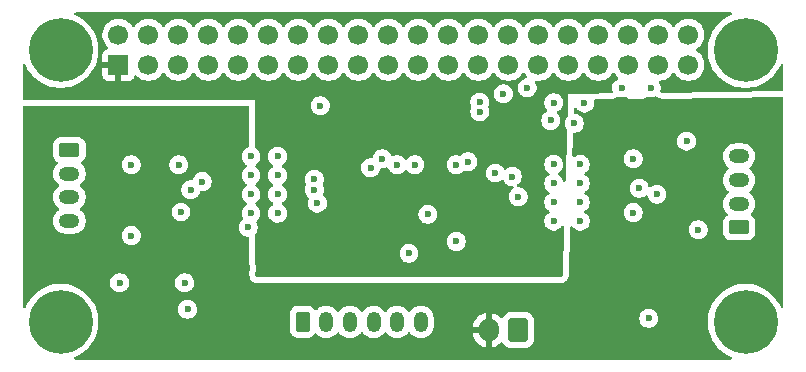
<source format=gbr>
%TF.GenerationSoftware,KiCad,Pcbnew,9.0.7*%
%TF.CreationDate,2026-01-26T17:00:03+01:00*%
%TF.ProjectId,Robot,526f626f-742e-46b6-9963-61645f706362,rev?*%
%TF.SameCoordinates,Original*%
%TF.FileFunction,Copper,L3,Inr*%
%TF.FilePolarity,Positive*%
%FSLAX46Y46*%
G04 Gerber Fmt 4.6, Leading zero omitted, Abs format (unit mm)*
G04 Created by KiCad (PCBNEW 9.0.7) date 2026-01-26 17:00:03*
%MOMM*%
%LPD*%
G01*
G04 APERTURE LIST*
G04 Aperture macros list*
%AMRoundRect*
0 Rectangle with rounded corners*
0 $1 Rounding radius*
0 $2 $3 $4 $5 $6 $7 $8 $9 X,Y pos of 4 corners*
0 Add a 4 corners polygon primitive as box body*
4,1,4,$2,$3,$4,$5,$6,$7,$8,$9,$2,$3,0*
0 Add four circle primitives for the rounded corners*
1,1,$1+$1,$2,$3*
1,1,$1+$1,$4,$5*
1,1,$1+$1,$6,$7*
1,1,$1+$1,$8,$9*
0 Add four rect primitives between the rounded corners*
20,1,$1+$1,$2,$3,$4,$5,0*
20,1,$1+$1,$4,$5,$6,$7,0*
20,1,$1+$1,$6,$7,$8,$9,0*
20,1,$1+$1,$8,$9,$2,$3,0*%
G04 Aperture macros list end*
%TA.AperFunction,ComponentPad*%
%ADD10RoundRect,0.250000X-0.625000X0.350000X-0.625000X-0.350000X0.625000X-0.350000X0.625000X0.350000X0*%
%TD*%
%TA.AperFunction,ComponentPad*%
%ADD11O,1.750000X1.200000*%
%TD*%
%TA.AperFunction,HeatsinkPad*%
%ADD12C,0.600000*%
%TD*%
%TA.AperFunction,ComponentPad*%
%ADD13C,5.400000*%
%TD*%
%TA.AperFunction,ComponentPad*%
%ADD14RoundRect,0.250000X0.600000X0.750000X-0.600000X0.750000X-0.600000X-0.750000X0.600000X-0.750000X0*%
%TD*%
%TA.AperFunction,ComponentPad*%
%ADD15O,1.700000X2.000000*%
%TD*%
%TA.AperFunction,ComponentPad*%
%ADD16RoundRect,0.250000X-0.350000X-0.625000X0.350000X-0.625000X0.350000X0.625000X-0.350000X0.625000X0*%
%TD*%
%TA.AperFunction,ComponentPad*%
%ADD17O,1.200000X1.750000*%
%TD*%
%TA.AperFunction,ComponentPad*%
%ADD18RoundRect,0.250000X0.625000X-0.350000X0.625000X0.350000X-0.625000X0.350000X-0.625000X-0.350000X0*%
%TD*%
%TA.AperFunction,ComponentPad*%
%ADD19R,1.700000X1.700000*%
%TD*%
%TA.AperFunction,ComponentPad*%
%ADD20C,1.700000*%
%TD*%
%TA.AperFunction,ViaPad*%
%ADD21C,0.600000*%
%TD*%
G04 APERTURE END LIST*
D10*
%TO.N,Net-(J4-Pin_1)*%
%TO.C,J4*%
X135250000Y-91250000D03*
D11*
%TO.N,Net-(J4-Pin_2)*%
X135250000Y-93250000D03*
%TO.N,Net-(J4-Pin_3)*%
X135250000Y-95250000D03*
%TO.N,Net-(J4-Pin_4)*%
X135250000Y-97250000D03*
%TD*%
D12*
%TO.N,GND*%
%TO.C,U1*%
X150625000Y-91800000D03*
X150625000Y-93400000D03*
X150625000Y-95000000D03*
X150625000Y-96600000D03*
X152875000Y-91800000D03*
X152875000Y-93400000D03*
X152875000Y-95000000D03*
X152875000Y-96600000D03*
%TD*%
D13*
%TO.N,GND*%
%TO.C,H4*%
X192500000Y-105800000D03*
%TD*%
D14*
%TO.N,GND*%
%TO.C,J5*%
X173250000Y-106500000D03*
D15*
%TO.N,VCC*%
X170750000Y-106500000D03*
%TD*%
D16*
%TO.N,GND*%
%TO.C,J2*%
X155000000Y-105800000D03*
D17*
%TO.N,CS*%
X157000000Y-105800000D03*
%TO.N,MOSI*%
X159000000Y-105800000D03*
%TO.N,MISO*%
X161000000Y-105800000D03*
%TO.N,SCLK*%
X163000000Y-105800000D03*
%TO.N,+3.3V*%
X165000000Y-105800000D03*
%TD*%
D12*
%TO.N,GND*%
%TO.C,U2*%
X178500000Y-97275000D03*
X178500000Y-95675000D03*
X178500000Y-94075000D03*
X178500000Y-92475000D03*
X176250000Y-97275000D03*
X176250000Y-95675000D03*
X176250000Y-94075000D03*
X176250000Y-92475000D03*
%TD*%
D13*
%TO.N,GND*%
%TO.C,H1*%
X134500000Y-82800000D03*
%TD*%
%TO.N,GND*%
%TO.C,H2*%
X192500000Y-82800000D03*
%TD*%
%TO.N,GND*%
%TO.C,H3*%
X134500000Y-105800000D03*
%TD*%
D18*
%TO.N,Net-(J3-Pin_1)*%
%TO.C,J3*%
X191950000Y-97800000D03*
D11*
%TO.N,Net-(J3-Pin_2)*%
X191950000Y-95800000D03*
%TO.N,Net-(J3-Pin_3)*%
X191950000Y-93800000D03*
%TO.N,Net-(J3-Pin_4)*%
X191950000Y-91800000D03*
%TD*%
D19*
%TO.N,+3.3V*%
%TO.C,J1*%
X139400000Y-84040000D03*
D20*
%TO.N,unconnected-(J1-Pin_2-Pad2)*%
X139400000Y-81500000D03*
%TO.N,SDA_3V3*%
X141940000Y-84040000D03*
%TO.N,unconnected-(J1-Pin_4-Pad4)*%
X141940000Y-81500000D03*
%TO.N,SCL_3V3*%
X144480000Y-84040000D03*
%TO.N,GND*%
X144480000Y-81500000D03*
%TO.N,unconnected-(J1-Pin_7-Pad7)*%
X147020000Y-84040000D03*
%TO.N,unconnected-(J1-Pin_8-Pad8)*%
X147020000Y-81500000D03*
%TO.N,GND*%
X149560000Y-84040000D03*
%TO.N,unconnected-(J1-Pin_10-Pad10)*%
X149560000Y-81500000D03*
%TO.N,unconnected-(J1-Pin_11-Pad11)*%
X152100000Y-84040000D03*
%TO.N,unconnected-(J1-Pin_12-Pad12)*%
X152100000Y-81500000D03*
%TO.N,unconnected-(J1-Pin_13-Pad13)*%
X154640000Y-84040000D03*
%TO.N,GND*%
X154640000Y-81500000D03*
%TO.N,unconnected-(J1-Pin_15-Pad15)*%
X157180000Y-84040000D03*
%TO.N,unconnected-(J1-Pin_16-Pad16)*%
X157180000Y-81500000D03*
%TO.N,unconnected-(J1-Pin_17-Pad17)*%
X159720000Y-84040000D03*
%TO.N,unconnected-(J1-Pin_18-Pad18)*%
X159720000Y-81500000D03*
%TO.N,MOSI*%
X162260000Y-84040000D03*
%TO.N,GND*%
X162260000Y-81500000D03*
%TO.N,MISO*%
X164800000Y-84040000D03*
%TO.N,unconnected-(J1-Pin_22-Pad22)*%
X164800000Y-81500000D03*
%TO.N,SCLK*%
X167340000Y-84040000D03*
%TO.N,CS*%
X167340000Y-81500000D03*
%TO.N,GND*%
X169880000Y-84040000D03*
%TO.N,unconnected-(J1-Pin_26-Pad26)*%
X169880000Y-81500000D03*
%TO.N,unconnected-(J1-Pin_27-Pad27)*%
X172420000Y-84040000D03*
%TO.N,unconnected-(J1-Pin_28-Pad28)*%
X172420000Y-81500000D03*
%TO.N,unconnected-(J1-Pin_29-Pad29)*%
X174960000Y-84040000D03*
%TO.N,GND*%
X174960000Y-81500000D03*
%TO.N,DIR_LEFT*%
X177500000Y-84040000D03*
%TO.N,STEP_RIGHT*%
X177500000Y-81500000D03*
%TO.N,STEP_LEFT*%
X180040000Y-84040000D03*
%TO.N,GND*%
X180040000Y-81500000D03*
%TO.N,unconnected-(J1-Pin_35-Pad35)*%
X182580000Y-84040000D03*
%TO.N,DIR_RIGHT*%
X182580000Y-81500000D03*
%TO.N,unconnected-(J1-Pin_37-Pad37)*%
X185120000Y-84040000D03*
%TO.N,unconnected-(J1-Pin_38-Pad38)*%
X185120000Y-81500000D03*
%TO.N,GND*%
X187660000Y-84040000D03*
%TO.N,unconnected-(J1-Pin_40-Pad40)*%
X187660000Y-81500000D03*
%TD*%
D21*
%TO.N,VCC*%
X178700000Y-105500000D03*
X146500000Y-96700000D03*
X142250000Y-99250000D03*
X142500000Y-92000000D03*
X173250000Y-103250000D03*
X183250000Y-97750000D03*
X150250000Y-101250000D03*
X183000000Y-90750000D03*
X179750000Y-105500000D03*
X143500000Y-89000000D03*
X177750000Y-105500000D03*
%TO.N,GND*%
X174000000Y-86000000D03*
X184300000Y-105500000D03*
X156500000Y-87500000D03*
X140500000Y-92500000D03*
X172000000Y-86500000D03*
X139500000Y-102500000D03*
X145000000Y-102500000D03*
X182000000Y-86000000D03*
X168000000Y-92500000D03*
X184500000Y-86000000D03*
X156000000Y-94600000D03*
X140500000Y-98500000D03*
X171300000Y-93200000D03*
X150400000Y-97800000D03*
X188500000Y-98000000D03*
X187500000Y-90500000D03*
X165600000Y-96700000D03*
%TO.N,+3.3V*%
X168100000Y-100600000D03*
X158000000Y-87700000D03*
X161000000Y-94500000D03*
X156250000Y-97500000D03*
X172750000Y-90500000D03*
X168250000Y-89000000D03*
X151750000Y-100000000D03*
X162750000Y-97000000D03*
X167600000Y-97200000D03*
X169800000Y-93300000D03*
%TO.N,Net-(D2-A)*%
X164000000Y-100000000D03*
X169000000Y-92250000D03*
X145250000Y-104750000D03*
X168000000Y-99000000D03*
%TO.N,SCL_3V3*%
X164500000Y-92500000D03*
%TO.N,DIR_RIGHT*%
X161750000Y-92000000D03*
X170000000Y-88000000D03*
X156250000Y-95750000D03*
%TO.N,SDA_3V3*%
X163000000Y-92500000D03*
%TO.N,STEP_RIGHT*%
X156000000Y-93750000D03*
X170000000Y-87199997D03*
X160750000Y-92750000D03*
%TO.N,STEP_LEFT*%
X178000000Y-89000000D03*
X173250000Y-95200000D03*
X178860545Y-87281636D03*
%TO.N,DIR_LEFT*%
X176250000Y-87250000D03*
X176000000Y-88750000D03*
X172750000Y-93500000D03*
%TO.N,Net-(J3-Pin_2)*%
X185000000Y-95000000D03*
%TO.N,Net-(J3-Pin_4)*%
X183000000Y-92000000D03*
%TO.N,Net-(J3-Pin_3)*%
X183500000Y-94500000D03*
%TO.N,Net-(J3-Pin_1)*%
X183000000Y-96550000D03*
%TO.N,Net-(J4-Pin_3)*%
X145515538Y-94625000D03*
%TO.N,Net-(J4-Pin_4)*%
X144700000Y-96500000D03*
%TO.N,Net-(J4-Pin_1)*%
X144500000Y-92500000D03*
%TO.N,Net-(J4-Pin_2)*%
X146500000Y-93925000D03*
%TD*%
%TA.AperFunction,Conductor*%
%TO.N,VCC*%
G36*
X184977317Y-86741306D02*
G01*
X185054236Y-86806204D01*
X185185889Y-86864248D01*
X185185890Y-86864248D01*
X185185892Y-86864249D01*
X185253175Y-86883048D01*
X185253179Y-86883048D01*
X185253181Y-86883049D01*
X185253182Y-86883049D01*
X185260426Y-86884041D01*
X185261167Y-86884090D01*
X185269728Y-86885206D01*
X185395856Y-86901650D01*
X195573870Y-86767727D01*
X195641161Y-86786528D01*
X195687607Y-86838725D01*
X195699500Y-86891716D01*
X195699500Y-104524397D01*
X195679815Y-104591436D01*
X195627011Y-104637191D01*
X195557853Y-104647135D01*
X195494297Y-104618110D01*
X195463931Y-104576000D01*
X195463046Y-104576427D01*
X195305567Y-104249420D01*
X195305566Y-104249418D01*
X195114315Y-103945044D01*
X194890188Y-103663997D01*
X194636003Y-103409812D01*
X194354956Y-103185685D01*
X194075815Y-103010289D01*
X194050579Y-102994432D01*
X193726711Y-102838465D01*
X193387419Y-102719741D01*
X193387407Y-102719737D01*
X193036951Y-102639748D01*
X193036935Y-102639746D01*
X192679740Y-102599500D01*
X192679736Y-102599500D01*
X192320264Y-102599500D01*
X192320259Y-102599500D01*
X191963064Y-102639746D01*
X191963048Y-102639748D01*
X191612592Y-102719737D01*
X191612580Y-102719741D01*
X191273288Y-102838465D01*
X190949420Y-102994432D01*
X190645045Y-103185684D01*
X190363997Y-103409811D01*
X190109811Y-103663997D01*
X189885684Y-103945045D01*
X189694432Y-104249420D01*
X189538465Y-104573288D01*
X189419741Y-104912580D01*
X189419737Y-104912592D01*
X189339748Y-105263048D01*
X189339746Y-105263064D01*
X189299500Y-105620259D01*
X189299500Y-105979740D01*
X189339746Y-106336935D01*
X189339748Y-106336951D01*
X189419737Y-106687407D01*
X189419741Y-106687419D01*
X189538465Y-107026711D01*
X189694432Y-107350579D01*
X189694434Y-107350582D01*
X189885685Y-107654956D01*
X190109812Y-107936003D01*
X190363997Y-108190188D01*
X190645044Y-108414315D01*
X190949418Y-108605566D01*
X190949420Y-108605567D01*
X191276427Y-108763046D01*
X191275876Y-108764190D01*
X191326241Y-108804760D01*
X191348318Y-108871050D01*
X191331052Y-108938753D01*
X191279924Y-108986373D01*
X191224398Y-108999500D01*
X135775602Y-108999500D01*
X135708563Y-108979815D01*
X135662808Y-108927011D01*
X135652864Y-108857853D01*
X135681889Y-108794297D01*
X135724001Y-108763935D01*
X135723573Y-108763046D01*
X135843839Y-108705128D01*
X136050582Y-108605566D01*
X136354956Y-108414315D01*
X136636003Y-108190188D01*
X136890188Y-107936003D01*
X137114315Y-107654956D01*
X137305566Y-107350582D01*
X137461536Y-107026708D01*
X137580262Y-106687408D01*
X137660252Y-106336948D01*
X137700500Y-105979736D01*
X137700500Y-105620264D01*
X137660252Y-105263052D01*
X137580262Y-104912592D01*
X137560343Y-104855668D01*
X137507980Y-104706021D01*
X137495779Y-104671153D01*
X144449500Y-104671153D01*
X144449500Y-104828846D01*
X144480261Y-104983489D01*
X144480264Y-104983501D01*
X144540602Y-105129172D01*
X144540609Y-105129185D01*
X144628210Y-105260288D01*
X144628213Y-105260292D01*
X144739707Y-105371786D01*
X144739711Y-105371789D01*
X144870814Y-105459390D01*
X144870827Y-105459397D01*
X145016498Y-105519735D01*
X145016503Y-105519737D01*
X145171153Y-105550499D01*
X145171156Y-105550500D01*
X145171158Y-105550500D01*
X145328844Y-105550500D01*
X145328845Y-105550499D01*
X145483497Y-105519737D01*
X145629179Y-105459394D01*
X145760289Y-105371789D01*
X145871789Y-105260289D01*
X145959394Y-105129179D01*
X145961132Y-105124983D01*
X153899500Y-105124983D01*
X153899500Y-106475001D01*
X153899501Y-106475018D01*
X153910000Y-106577796D01*
X153910001Y-106577799D01*
X153965185Y-106744331D01*
X153965187Y-106744336D01*
X153988870Y-106782732D01*
X154057288Y-106893656D01*
X154181344Y-107017712D01*
X154330666Y-107109814D01*
X154497203Y-107164999D01*
X154599991Y-107175500D01*
X155400008Y-107175499D01*
X155400016Y-107175498D01*
X155400019Y-107175498D01*
X155456302Y-107169748D01*
X155502797Y-107164999D01*
X155669334Y-107109814D01*
X155818656Y-107017712D01*
X155942712Y-106893656D01*
X155982310Y-106829456D01*
X156034258Y-106782732D01*
X156103220Y-106771509D01*
X156167303Y-106799352D01*
X156175530Y-106806872D01*
X156283072Y-106914414D01*
X156423212Y-107016232D01*
X156577555Y-107094873D01*
X156742299Y-107148402D01*
X156913389Y-107175500D01*
X156913390Y-107175500D01*
X157086610Y-107175500D01*
X157086611Y-107175500D01*
X157257701Y-107148402D01*
X157422445Y-107094873D01*
X157576788Y-107016232D01*
X157716928Y-106914414D01*
X157839414Y-106791928D01*
X157899682Y-106708975D01*
X157955012Y-106666311D01*
X158024626Y-106660332D01*
X158086421Y-106692938D01*
X158100315Y-106708973D01*
X158160586Y-106791928D01*
X158283072Y-106914414D01*
X158423212Y-107016232D01*
X158577555Y-107094873D01*
X158742299Y-107148402D01*
X158913389Y-107175500D01*
X158913390Y-107175500D01*
X159086610Y-107175500D01*
X159086611Y-107175500D01*
X159257701Y-107148402D01*
X159422445Y-107094873D01*
X159576788Y-107016232D01*
X159716928Y-106914414D01*
X159839414Y-106791928D01*
X159899682Y-106708975D01*
X159955012Y-106666311D01*
X160024626Y-106660332D01*
X160086421Y-106692938D01*
X160100315Y-106708973D01*
X160160586Y-106791928D01*
X160283072Y-106914414D01*
X160423212Y-107016232D01*
X160577555Y-107094873D01*
X160742299Y-107148402D01*
X160913389Y-107175500D01*
X160913390Y-107175500D01*
X161086610Y-107175500D01*
X161086611Y-107175500D01*
X161257701Y-107148402D01*
X161422445Y-107094873D01*
X161576788Y-107016232D01*
X161716928Y-106914414D01*
X161839414Y-106791928D01*
X161899682Y-106708975D01*
X161955012Y-106666311D01*
X162024626Y-106660332D01*
X162086421Y-106692938D01*
X162100315Y-106708973D01*
X162160586Y-106791928D01*
X162283072Y-106914414D01*
X162423212Y-107016232D01*
X162577555Y-107094873D01*
X162742299Y-107148402D01*
X162913389Y-107175500D01*
X162913390Y-107175500D01*
X163086610Y-107175500D01*
X163086611Y-107175500D01*
X163257701Y-107148402D01*
X163422445Y-107094873D01*
X163576788Y-107016232D01*
X163716928Y-106914414D01*
X163839414Y-106791928D01*
X163899682Y-106708975D01*
X163955012Y-106666311D01*
X164024626Y-106660332D01*
X164086421Y-106692938D01*
X164100315Y-106708973D01*
X164160586Y-106791928D01*
X164283072Y-106914414D01*
X164423212Y-107016232D01*
X164577555Y-107094873D01*
X164742299Y-107148402D01*
X164913389Y-107175500D01*
X164913390Y-107175500D01*
X165086610Y-107175500D01*
X165086611Y-107175500D01*
X165257701Y-107148402D01*
X165422445Y-107094873D01*
X165576788Y-107016232D01*
X165716928Y-106914414D01*
X165839414Y-106791928D01*
X165941232Y-106651788D01*
X166019873Y-106497445D01*
X166073402Y-106332701D01*
X166087490Y-106243753D01*
X169400000Y-106243753D01*
X169400000Y-106250000D01*
X170316988Y-106250000D01*
X170284075Y-106307007D01*
X170250000Y-106434174D01*
X170250000Y-106565826D01*
X170284075Y-106692993D01*
X170316988Y-106750000D01*
X169400000Y-106750000D01*
X169400000Y-106756246D01*
X169433242Y-106966127D01*
X169433242Y-106966130D01*
X169498904Y-107168217D01*
X169595379Y-107357557D01*
X169720272Y-107529459D01*
X169720276Y-107529464D01*
X169870535Y-107679723D01*
X169870540Y-107679727D01*
X170042442Y-107804620D01*
X170231782Y-107901095D01*
X170433871Y-107966757D01*
X170500000Y-107977231D01*
X170500000Y-106933012D01*
X170557007Y-106965925D01*
X170684174Y-107000000D01*
X170815826Y-107000000D01*
X170942993Y-106965925D01*
X171000000Y-106933012D01*
X171000000Y-107977230D01*
X171066126Y-107966757D01*
X171066129Y-107966757D01*
X171268217Y-107901095D01*
X171457557Y-107804620D01*
X171629458Y-107679728D01*
X171768330Y-107540856D01*
X171829653Y-107507371D01*
X171899345Y-107512355D01*
X171955279Y-107554226D01*
X171961551Y-107563440D01*
X171965185Y-107569331D01*
X171965186Y-107569334D01*
X172057288Y-107718656D01*
X172181344Y-107842712D01*
X172330666Y-107934814D01*
X172497203Y-107989999D01*
X172599991Y-108000500D01*
X173900008Y-108000499D01*
X174002797Y-107989999D01*
X174169334Y-107934814D01*
X174318656Y-107842712D01*
X174442712Y-107718656D01*
X174534814Y-107569334D01*
X174589999Y-107402797D01*
X174600500Y-107300009D01*
X174600499Y-105699992D01*
X174589999Y-105597203D01*
X174534814Y-105430666D01*
X174528946Y-105421153D01*
X183499500Y-105421153D01*
X183499500Y-105578846D01*
X183530261Y-105733489D01*
X183530264Y-105733501D01*
X183590602Y-105879172D01*
X183590609Y-105879185D01*
X183678210Y-106010288D01*
X183678213Y-106010292D01*
X183789707Y-106121786D01*
X183789711Y-106121789D01*
X183920814Y-106209390D01*
X183920827Y-106209397D01*
X184018853Y-106250000D01*
X184066503Y-106269737D01*
X184221153Y-106300499D01*
X184221156Y-106300500D01*
X184221158Y-106300500D01*
X184378844Y-106300500D01*
X184378845Y-106300499D01*
X184533497Y-106269737D01*
X184679179Y-106209394D01*
X184810289Y-106121789D01*
X184921789Y-106010289D01*
X185009394Y-105879179D01*
X185069737Y-105733497D01*
X185100500Y-105578842D01*
X185100500Y-105421158D01*
X185100500Y-105421155D01*
X185100499Y-105421153D01*
X185072689Y-105281344D01*
X185069737Y-105266503D01*
X185040277Y-105195379D01*
X185009397Y-105120827D01*
X185009390Y-105120814D01*
X184921789Y-104989711D01*
X184921786Y-104989707D01*
X184810292Y-104878213D01*
X184810288Y-104878210D01*
X184679185Y-104790609D01*
X184679172Y-104790602D01*
X184533501Y-104730264D01*
X184533489Y-104730261D01*
X184378845Y-104699500D01*
X184378842Y-104699500D01*
X184221158Y-104699500D01*
X184221155Y-104699500D01*
X184066510Y-104730261D01*
X184066498Y-104730264D01*
X183920827Y-104790602D01*
X183920814Y-104790609D01*
X183789711Y-104878210D01*
X183789707Y-104878213D01*
X183678213Y-104989707D01*
X183678210Y-104989711D01*
X183590609Y-105120814D01*
X183590602Y-105120827D01*
X183530264Y-105266498D01*
X183530261Y-105266510D01*
X183499500Y-105421153D01*
X174528946Y-105421153D01*
X174442712Y-105281344D01*
X174318656Y-105157288D01*
X174169334Y-105065186D01*
X174002797Y-105010001D01*
X174002795Y-105010000D01*
X173900010Y-104999500D01*
X172599998Y-104999500D01*
X172599981Y-104999501D01*
X172497203Y-105010000D01*
X172497200Y-105010001D01*
X172330668Y-105065185D01*
X172330663Y-105065187D01*
X172181342Y-105157289D01*
X172057289Y-105281342D01*
X171961551Y-105436559D01*
X171909603Y-105483283D01*
X171840640Y-105494506D01*
X171776558Y-105466662D01*
X171768331Y-105459143D01*
X171629464Y-105320276D01*
X171629459Y-105320272D01*
X171457557Y-105195379D01*
X171268215Y-105098903D01*
X171066124Y-105033241D01*
X171000000Y-105022768D01*
X171000000Y-106066988D01*
X170942993Y-106034075D01*
X170815826Y-106000000D01*
X170684174Y-106000000D01*
X170557007Y-106034075D01*
X170500000Y-106066988D01*
X170500000Y-105022768D01*
X170499999Y-105022768D01*
X170433875Y-105033241D01*
X170231784Y-105098903D01*
X170042442Y-105195379D01*
X169870540Y-105320272D01*
X169870535Y-105320276D01*
X169720276Y-105470535D01*
X169720272Y-105470540D01*
X169595379Y-105642442D01*
X169498904Y-105831782D01*
X169433242Y-106033869D01*
X169433242Y-106033872D01*
X169400000Y-106243753D01*
X166087490Y-106243753D01*
X166100500Y-106161611D01*
X166100500Y-105438389D01*
X166073402Y-105267299D01*
X166019873Y-105102555D01*
X165941232Y-104948212D01*
X165839414Y-104808072D01*
X165716928Y-104685586D01*
X165576788Y-104583768D01*
X165422445Y-104505127D01*
X165257701Y-104451598D01*
X165257699Y-104451597D01*
X165257698Y-104451597D01*
X165126271Y-104430781D01*
X165086611Y-104424500D01*
X164913389Y-104424500D01*
X164873728Y-104430781D01*
X164742302Y-104451597D01*
X164577552Y-104505128D01*
X164423211Y-104583768D01*
X164349682Y-104637191D01*
X164283072Y-104685586D01*
X164283070Y-104685588D01*
X164283069Y-104685588D01*
X164160588Y-104808069D01*
X164160581Y-104808078D01*
X164100317Y-104891023D01*
X164044987Y-104933689D01*
X163975374Y-104939667D01*
X163913579Y-104907061D01*
X163899683Y-104891023D01*
X163839418Y-104808078D01*
X163839414Y-104808072D01*
X163716928Y-104685586D01*
X163576788Y-104583768D01*
X163422445Y-104505127D01*
X163257701Y-104451598D01*
X163257699Y-104451597D01*
X163257698Y-104451597D01*
X163126271Y-104430781D01*
X163086611Y-104424500D01*
X162913389Y-104424500D01*
X162873728Y-104430781D01*
X162742302Y-104451597D01*
X162577552Y-104505128D01*
X162423211Y-104583768D01*
X162349682Y-104637191D01*
X162283072Y-104685586D01*
X162283070Y-104685588D01*
X162283069Y-104685588D01*
X162160588Y-104808069D01*
X162160581Y-104808078D01*
X162100317Y-104891023D01*
X162044987Y-104933689D01*
X161975374Y-104939667D01*
X161913579Y-104907061D01*
X161899683Y-104891023D01*
X161839418Y-104808078D01*
X161839414Y-104808072D01*
X161716928Y-104685586D01*
X161576788Y-104583768D01*
X161422445Y-104505127D01*
X161257701Y-104451598D01*
X161257699Y-104451597D01*
X161257698Y-104451597D01*
X161126271Y-104430781D01*
X161086611Y-104424500D01*
X160913389Y-104424500D01*
X160873728Y-104430781D01*
X160742302Y-104451597D01*
X160577552Y-104505128D01*
X160423211Y-104583768D01*
X160349682Y-104637191D01*
X160283072Y-104685586D01*
X160283070Y-104685588D01*
X160283069Y-104685588D01*
X160160588Y-104808069D01*
X160160581Y-104808078D01*
X160100317Y-104891023D01*
X160044987Y-104933689D01*
X159975374Y-104939667D01*
X159913579Y-104907061D01*
X159899683Y-104891023D01*
X159839418Y-104808078D01*
X159839414Y-104808072D01*
X159716928Y-104685586D01*
X159576788Y-104583768D01*
X159422445Y-104505127D01*
X159257701Y-104451598D01*
X159257699Y-104451597D01*
X159257698Y-104451597D01*
X159126271Y-104430781D01*
X159086611Y-104424500D01*
X158913389Y-104424500D01*
X158873728Y-104430781D01*
X158742302Y-104451597D01*
X158577552Y-104505128D01*
X158423211Y-104583768D01*
X158349682Y-104637191D01*
X158283072Y-104685586D01*
X158283070Y-104685588D01*
X158283069Y-104685588D01*
X158160588Y-104808069D01*
X158160581Y-104808078D01*
X158100317Y-104891023D01*
X158044987Y-104933689D01*
X157975374Y-104939667D01*
X157913579Y-104907061D01*
X157899683Y-104891023D01*
X157839418Y-104808078D01*
X157839414Y-104808072D01*
X157716928Y-104685586D01*
X157576788Y-104583768D01*
X157422445Y-104505127D01*
X157257701Y-104451598D01*
X157257699Y-104451597D01*
X157257698Y-104451597D01*
X157126271Y-104430781D01*
X157086611Y-104424500D01*
X156913389Y-104424500D01*
X156873728Y-104430781D01*
X156742302Y-104451597D01*
X156577552Y-104505128D01*
X156423211Y-104583768D01*
X156283073Y-104685585D01*
X156175530Y-104793128D01*
X156114207Y-104826612D01*
X156044515Y-104821628D01*
X155988582Y-104779756D01*
X155982310Y-104770543D01*
X155942712Y-104706344D01*
X155818656Y-104582288D01*
X155693559Y-104505128D01*
X155669336Y-104490187D01*
X155669331Y-104490185D01*
X155667862Y-104489698D01*
X155502797Y-104435001D01*
X155502795Y-104435000D01*
X155400010Y-104424500D01*
X154599998Y-104424500D01*
X154599980Y-104424501D01*
X154497203Y-104435000D01*
X154497200Y-104435001D01*
X154330668Y-104490185D01*
X154330663Y-104490187D01*
X154181342Y-104582289D01*
X154057289Y-104706342D01*
X153965187Y-104855663D01*
X153965185Y-104855668D01*
X153939332Y-104933689D01*
X153910001Y-105022203D01*
X153910001Y-105022204D01*
X153910000Y-105022204D01*
X153899500Y-105124983D01*
X145961132Y-105124983D01*
X145982092Y-105074382D01*
X146017163Y-104989711D01*
X146019737Y-104983497D01*
X146050500Y-104828842D01*
X146050500Y-104671158D01*
X146050500Y-104671155D01*
X146050499Y-104671153D01*
X146043743Y-104637191D01*
X146019737Y-104516503D01*
X145992853Y-104451598D01*
X145959397Y-104370827D01*
X145959390Y-104370814D01*
X145871789Y-104239711D01*
X145871786Y-104239707D01*
X145760292Y-104128213D01*
X145760288Y-104128210D01*
X145629185Y-104040609D01*
X145629172Y-104040602D01*
X145483501Y-103980264D01*
X145483489Y-103980261D01*
X145328845Y-103949500D01*
X145328842Y-103949500D01*
X145171158Y-103949500D01*
X145171155Y-103949500D01*
X145016510Y-103980261D01*
X145016498Y-103980264D01*
X144870827Y-104040602D01*
X144870814Y-104040609D01*
X144739711Y-104128210D01*
X144739707Y-104128213D01*
X144628213Y-104239707D01*
X144628210Y-104239711D01*
X144540609Y-104370814D01*
X144540602Y-104370827D01*
X144480264Y-104516498D01*
X144480261Y-104516510D01*
X144449500Y-104671153D01*
X137495779Y-104671153D01*
X137477218Y-104618110D01*
X137461536Y-104573292D01*
X137305566Y-104249418D01*
X137114315Y-103945044D01*
X136890188Y-103663997D01*
X136636003Y-103409812D01*
X136354956Y-103185685D01*
X136075815Y-103010289D01*
X136050579Y-102994432D01*
X135726711Y-102838465D01*
X135387419Y-102719741D01*
X135387407Y-102719737D01*
X135036951Y-102639748D01*
X135036935Y-102639746D01*
X134679740Y-102599500D01*
X134679736Y-102599500D01*
X134320264Y-102599500D01*
X134320259Y-102599500D01*
X133963064Y-102639746D01*
X133963048Y-102639748D01*
X133612592Y-102719737D01*
X133612580Y-102719741D01*
X133273288Y-102838465D01*
X132949420Y-102994432D01*
X132645045Y-103185684D01*
X132363997Y-103409811D01*
X132109811Y-103663997D01*
X131885684Y-103945045D01*
X131694432Y-104249420D01*
X131536954Y-104576427D01*
X131535814Y-104575878D01*
X131495219Y-104626254D01*
X131428925Y-104648318D01*
X131361226Y-104631038D01*
X131313616Y-104579901D01*
X131300500Y-104524397D01*
X131300500Y-102421153D01*
X138699500Y-102421153D01*
X138699500Y-102578846D01*
X138730261Y-102733489D01*
X138730264Y-102733501D01*
X138790602Y-102879172D01*
X138790609Y-102879185D01*
X138878210Y-103010288D01*
X138878213Y-103010292D01*
X138989707Y-103121786D01*
X138989711Y-103121789D01*
X139120814Y-103209390D01*
X139120827Y-103209397D01*
X139266498Y-103269735D01*
X139266503Y-103269737D01*
X139421153Y-103300499D01*
X139421156Y-103300500D01*
X139421158Y-103300500D01*
X139578844Y-103300500D01*
X139578845Y-103300499D01*
X139733497Y-103269737D01*
X139879179Y-103209394D01*
X140010289Y-103121789D01*
X140121789Y-103010289D01*
X140209394Y-102879179D01*
X140269737Y-102733497D01*
X140300500Y-102578842D01*
X140300500Y-102421158D01*
X140300500Y-102421155D01*
X140300499Y-102421153D01*
X144199500Y-102421153D01*
X144199500Y-102578846D01*
X144230261Y-102733489D01*
X144230264Y-102733501D01*
X144290602Y-102879172D01*
X144290609Y-102879185D01*
X144378210Y-103010288D01*
X144378213Y-103010292D01*
X144489707Y-103121786D01*
X144489711Y-103121789D01*
X144620814Y-103209390D01*
X144620827Y-103209397D01*
X144766498Y-103269735D01*
X144766503Y-103269737D01*
X144921153Y-103300499D01*
X144921156Y-103300500D01*
X144921158Y-103300500D01*
X145078844Y-103300500D01*
X145078845Y-103300499D01*
X145233497Y-103269737D01*
X145379179Y-103209394D01*
X145510289Y-103121789D01*
X145621789Y-103010289D01*
X145709394Y-102879179D01*
X145769737Y-102733497D01*
X145800500Y-102578842D01*
X145800500Y-102421158D01*
X145800500Y-102421155D01*
X145800499Y-102421153D01*
X145797399Y-102405567D01*
X145769737Y-102266503D01*
X145755956Y-102233232D01*
X145709397Y-102120827D01*
X145709390Y-102120814D01*
X145621789Y-101989711D01*
X145621786Y-101989707D01*
X145510292Y-101878213D01*
X145510288Y-101878210D01*
X145379185Y-101790609D01*
X145379172Y-101790602D01*
X145233501Y-101730264D01*
X145233489Y-101730261D01*
X145078845Y-101699500D01*
X145078842Y-101699500D01*
X144921158Y-101699500D01*
X144921155Y-101699500D01*
X144766510Y-101730261D01*
X144766498Y-101730264D01*
X144620827Y-101790602D01*
X144620814Y-101790609D01*
X144489711Y-101878210D01*
X144489707Y-101878213D01*
X144378213Y-101989707D01*
X144378210Y-101989711D01*
X144290609Y-102120814D01*
X144290602Y-102120827D01*
X144230264Y-102266498D01*
X144230261Y-102266510D01*
X144199500Y-102421153D01*
X140300499Y-102421153D01*
X140297399Y-102405567D01*
X140269737Y-102266503D01*
X140255956Y-102233232D01*
X140209397Y-102120827D01*
X140209390Y-102120814D01*
X140121789Y-101989711D01*
X140121786Y-101989707D01*
X140010292Y-101878213D01*
X140010288Y-101878210D01*
X139879185Y-101790609D01*
X139879172Y-101790602D01*
X139733501Y-101730264D01*
X139733489Y-101730261D01*
X139578845Y-101699500D01*
X139578842Y-101699500D01*
X139421158Y-101699500D01*
X139421155Y-101699500D01*
X139266510Y-101730261D01*
X139266498Y-101730264D01*
X139120827Y-101790602D01*
X139120814Y-101790609D01*
X138989711Y-101878210D01*
X138989707Y-101878213D01*
X138878213Y-101989707D01*
X138878210Y-101989711D01*
X138790609Y-102120814D01*
X138790602Y-102120827D01*
X138730264Y-102266498D01*
X138730261Y-102266510D01*
X138699500Y-102421153D01*
X131300500Y-102421153D01*
X131300500Y-98421153D01*
X139699500Y-98421153D01*
X139699500Y-98578846D01*
X139730261Y-98733489D01*
X139730264Y-98733501D01*
X139790602Y-98879172D01*
X139790609Y-98879185D01*
X139878210Y-99010288D01*
X139878213Y-99010292D01*
X139989707Y-99121786D01*
X139989711Y-99121789D01*
X140120814Y-99209390D01*
X140120827Y-99209397D01*
X140266498Y-99269735D01*
X140266503Y-99269737D01*
X140421153Y-99300499D01*
X140421156Y-99300500D01*
X140421158Y-99300500D01*
X140578844Y-99300500D01*
X140578845Y-99300499D01*
X140733497Y-99269737D01*
X140879179Y-99209394D01*
X141010289Y-99121789D01*
X141121789Y-99010289D01*
X141209394Y-98879179D01*
X141269737Y-98733497D01*
X141300500Y-98578842D01*
X141300500Y-98421158D01*
X141300500Y-98421155D01*
X141300499Y-98421153D01*
X141278447Y-98310292D01*
X141269737Y-98266503D01*
X141242199Y-98200019D01*
X141209397Y-98120827D01*
X141209390Y-98120814D01*
X141121789Y-97989711D01*
X141121786Y-97989707D01*
X141010292Y-97878213D01*
X141010288Y-97878210D01*
X140879185Y-97790609D01*
X140879172Y-97790602D01*
X140733501Y-97730264D01*
X140733489Y-97730261D01*
X140578845Y-97699500D01*
X140578842Y-97699500D01*
X140421158Y-97699500D01*
X140421155Y-97699500D01*
X140266510Y-97730261D01*
X140266498Y-97730264D01*
X140120827Y-97790602D01*
X140120814Y-97790609D01*
X139989711Y-97878210D01*
X139989707Y-97878213D01*
X139878213Y-97989707D01*
X139878210Y-97989711D01*
X139790609Y-98120814D01*
X139790602Y-98120827D01*
X139730264Y-98266498D01*
X139730261Y-98266510D01*
X139699500Y-98421153D01*
X131300500Y-98421153D01*
X131300500Y-90849983D01*
X133874500Y-90849983D01*
X133874500Y-91650001D01*
X133874501Y-91650019D01*
X133885000Y-91752796D01*
X133885001Y-91752799D01*
X133929342Y-91886610D01*
X133940186Y-91919334D01*
X134032288Y-92068656D01*
X134156344Y-92192712D01*
X134220543Y-92232310D01*
X134267268Y-92284258D01*
X134278489Y-92353221D01*
X134250646Y-92417303D01*
X134243128Y-92425530D01*
X134135585Y-92533073D01*
X134033768Y-92673211D01*
X133955128Y-92827552D01*
X133901597Y-92992302D01*
X133874500Y-93163389D01*
X133874500Y-93336610D01*
X133892967Y-93453211D01*
X133901598Y-93507701D01*
X133955127Y-93672445D01*
X134033768Y-93826788D01*
X134135586Y-93966928D01*
X134258072Y-94089414D01*
X134258078Y-94089418D01*
X134341023Y-94149683D01*
X134383689Y-94205013D01*
X134389667Y-94274626D01*
X134357061Y-94336421D01*
X134341023Y-94350317D01*
X134258078Y-94410581D01*
X134258069Y-94410588D01*
X134135588Y-94533069D01*
X134135588Y-94533070D01*
X134135586Y-94533072D01*
X134125620Y-94546789D01*
X134033768Y-94673211D01*
X133955128Y-94827552D01*
X133901597Y-94992302D01*
X133887890Y-95078846D01*
X133874500Y-95163389D01*
X133874500Y-95336611D01*
X133901598Y-95507701D01*
X133947798Y-95649890D01*
X133955128Y-95672447D01*
X133996603Y-95753846D01*
X134033768Y-95826788D01*
X134135586Y-95966928D01*
X134258072Y-96089414D01*
X134258481Y-96089711D01*
X134341023Y-96149683D01*
X134383689Y-96205013D01*
X134389667Y-96274626D01*
X134357061Y-96336421D01*
X134341023Y-96350317D01*
X134258078Y-96410581D01*
X134258069Y-96410588D01*
X134135588Y-96533069D01*
X134135588Y-96533070D01*
X134135586Y-96533072D01*
X134111949Y-96565606D01*
X134033768Y-96673211D01*
X133955128Y-96827552D01*
X133901597Y-96992302D01*
X133890829Y-97060289D01*
X133874500Y-97163389D01*
X133874500Y-97336611D01*
X133877230Y-97353846D01*
X133900539Y-97501018D01*
X133901598Y-97507701D01*
X133955127Y-97672445D01*
X134033768Y-97826788D01*
X134135586Y-97966928D01*
X134258072Y-98089414D01*
X134398212Y-98191232D01*
X134552555Y-98269873D01*
X134717299Y-98323402D01*
X134888389Y-98350500D01*
X134888390Y-98350500D01*
X135611610Y-98350500D01*
X135611611Y-98350500D01*
X135782701Y-98323402D01*
X135947445Y-98269873D01*
X136101788Y-98191232D01*
X136241928Y-98089414D01*
X136364414Y-97966928D01*
X136466232Y-97826788D01*
X136544873Y-97672445D01*
X136598402Y-97507701D01*
X136625500Y-97336611D01*
X136625500Y-97163389D01*
X136598402Y-96992299D01*
X136544873Y-96827555D01*
X136466232Y-96673212D01*
X136364414Y-96533072D01*
X136252495Y-96421153D01*
X143899500Y-96421153D01*
X143899500Y-96578846D01*
X143930261Y-96733489D01*
X143930264Y-96733501D01*
X143990602Y-96879172D01*
X143990609Y-96879185D01*
X144078210Y-97010288D01*
X144078213Y-97010292D01*
X144189707Y-97121786D01*
X144189711Y-97121789D01*
X144320814Y-97209390D01*
X144320827Y-97209397D01*
X144447085Y-97261694D01*
X144466503Y-97269737D01*
X144604568Y-97297200D01*
X144621153Y-97300499D01*
X144621156Y-97300500D01*
X144621158Y-97300500D01*
X144778844Y-97300500D01*
X144778845Y-97300499D01*
X144933497Y-97269737D01*
X145079179Y-97209394D01*
X145210289Y-97121789D01*
X145321789Y-97010289D01*
X145409394Y-96879179D01*
X145418462Y-96857288D01*
X145449030Y-96783489D01*
X145469737Y-96733497D01*
X145500500Y-96578842D01*
X145500500Y-96421158D01*
X145500500Y-96421155D01*
X145500499Y-96421153D01*
X145491674Y-96376788D01*
X145469737Y-96266503D01*
X145436099Y-96185292D01*
X145409397Y-96120827D01*
X145409390Y-96120814D01*
X145321789Y-95989711D01*
X145321786Y-95989707D01*
X145210292Y-95878213D01*
X145210288Y-95878210D01*
X145079185Y-95790609D01*
X145079172Y-95790602D01*
X144933501Y-95730264D01*
X144933489Y-95730261D01*
X144778845Y-95699500D01*
X144778842Y-95699500D01*
X144621158Y-95699500D01*
X144621155Y-95699500D01*
X144466510Y-95730261D01*
X144466498Y-95730264D01*
X144320827Y-95790602D01*
X144320814Y-95790609D01*
X144189711Y-95878210D01*
X144189707Y-95878213D01*
X144078213Y-95989707D01*
X144078210Y-95989711D01*
X143990609Y-96120814D01*
X143990602Y-96120827D01*
X143930264Y-96266498D01*
X143930261Y-96266510D01*
X143899500Y-96421153D01*
X136252495Y-96421153D01*
X136241928Y-96410586D01*
X136158975Y-96350317D01*
X136116311Y-96294988D01*
X136110332Y-96225374D01*
X136142938Y-96163579D01*
X136158976Y-96149682D01*
X136241928Y-96089414D01*
X136364414Y-95966928D01*
X136466232Y-95826788D01*
X136544873Y-95672445D01*
X136598402Y-95507701D01*
X136625500Y-95336611D01*
X136625500Y-95163389D01*
X136598402Y-94992299D01*
X136544873Y-94827555D01*
X136466232Y-94673212D01*
X136373918Y-94546153D01*
X144715038Y-94546153D01*
X144715038Y-94703846D01*
X144745799Y-94858489D01*
X144745802Y-94858501D01*
X144806140Y-95004172D01*
X144806147Y-95004185D01*
X144893748Y-95135288D01*
X144893751Y-95135292D01*
X145005245Y-95246786D01*
X145005249Y-95246789D01*
X145136352Y-95334390D01*
X145136365Y-95334397D01*
X145282036Y-95394735D01*
X145282041Y-95394737D01*
X145436691Y-95425499D01*
X145436694Y-95425500D01*
X145436696Y-95425500D01*
X145594382Y-95425500D01*
X145594383Y-95425499D01*
X145749035Y-95394737D01*
X145894717Y-95334394D01*
X146025827Y-95246789D01*
X146137327Y-95135289D01*
X146224932Y-95004179D01*
X146285275Y-94858497D01*
X146291906Y-94825156D01*
X146324289Y-94763248D01*
X146385003Y-94728672D01*
X146415066Y-94726656D01*
X146415066Y-94725500D01*
X146578844Y-94725500D01*
X146578845Y-94725499D01*
X146733497Y-94694737D01*
X146879179Y-94634394D01*
X147010289Y-94546789D01*
X147121789Y-94435289D01*
X147209394Y-94304179D01*
X147269737Y-94158497D01*
X147300500Y-94003842D01*
X147300500Y-93846158D01*
X147300500Y-93846155D01*
X147300499Y-93846153D01*
X147295561Y-93821328D01*
X147269737Y-93691503D01*
X147245712Y-93633501D01*
X147209397Y-93545827D01*
X147209390Y-93545814D01*
X147121789Y-93414711D01*
X147121786Y-93414707D01*
X147010292Y-93303213D01*
X147010288Y-93303210D01*
X146879185Y-93215609D01*
X146879172Y-93215602D01*
X146733501Y-93155264D01*
X146733489Y-93155261D01*
X146578845Y-93124500D01*
X146578842Y-93124500D01*
X146421158Y-93124500D01*
X146421155Y-93124500D01*
X146266510Y-93155261D01*
X146266498Y-93155264D01*
X146120827Y-93215602D01*
X146120814Y-93215609D01*
X145989711Y-93303210D01*
X145989707Y-93303213D01*
X145878213Y-93414707D01*
X145878210Y-93414711D01*
X145790609Y-93545814D01*
X145790602Y-93545827D01*
X145730264Y-93691498D01*
X145730262Y-93691505D01*
X145723630Y-93724845D01*
X145691243Y-93786755D01*
X145630527Y-93821328D01*
X145600472Y-93823350D01*
X145600472Y-93824500D01*
X145436693Y-93824500D01*
X145282048Y-93855261D01*
X145282036Y-93855264D01*
X145136365Y-93915602D01*
X145136352Y-93915609D01*
X145005249Y-94003210D01*
X145005245Y-94003213D01*
X144893751Y-94114707D01*
X144893748Y-94114711D01*
X144806147Y-94245814D01*
X144806140Y-94245827D01*
X144745802Y-94391498D01*
X144745799Y-94391510D01*
X144715038Y-94546153D01*
X136373918Y-94546153D01*
X136364414Y-94533072D01*
X136241928Y-94410586D01*
X136158975Y-94350317D01*
X136116311Y-94294988D01*
X136110332Y-94225374D01*
X136142938Y-94163579D01*
X136158976Y-94149682D01*
X136241928Y-94089414D01*
X136364414Y-93966928D01*
X136466232Y-93826788D01*
X136544873Y-93672445D01*
X136598402Y-93507701D01*
X136625500Y-93336611D01*
X136625500Y-93163389D01*
X136598402Y-92992299D01*
X136544873Y-92827555D01*
X136466232Y-92673212D01*
X136364414Y-92533072D01*
X136256872Y-92425530D01*
X136254482Y-92421153D01*
X139699500Y-92421153D01*
X139699500Y-92578846D01*
X139730261Y-92733489D01*
X139730264Y-92733501D01*
X139790602Y-92879172D01*
X139790609Y-92879185D01*
X139878210Y-93010288D01*
X139878213Y-93010292D01*
X139989707Y-93121786D01*
X139989711Y-93121789D01*
X140120814Y-93209390D01*
X140120827Y-93209397D01*
X140266498Y-93269735D01*
X140266503Y-93269737D01*
X140421153Y-93300499D01*
X140421156Y-93300500D01*
X140421158Y-93300500D01*
X140578844Y-93300500D01*
X140578845Y-93300499D01*
X140733497Y-93269737D01*
X140864182Y-93215606D01*
X140879172Y-93209397D01*
X140879172Y-93209396D01*
X140879179Y-93209394D01*
X141010289Y-93121789D01*
X141121789Y-93010289D01*
X141209394Y-92879179D01*
X141269737Y-92733497D01*
X141300500Y-92578842D01*
X141300500Y-92421158D01*
X141300500Y-92421155D01*
X141300499Y-92421153D01*
X143699500Y-92421153D01*
X143699500Y-92578846D01*
X143730261Y-92733489D01*
X143730264Y-92733501D01*
X143790602Y-92879172D01*
X143790609Y-92879185D01*
X143878210Y-93010288D01*
X143878213Y-93010292D01*
X143989707Y-93121786D01*
X143989711Y-93121789D01*
X144120814Y-93209390D01*
X144120827Y-93209397D01*
X144266498Y-93269735D01*
X144266503Y-93269737D01*
X144421153Y-93300499D01*
X144421156Y-93300500D01*
X144421158Y-93300500D01*
X144578844Y-93300500D01*
X144578845Y-93300499D01*
X144733497Y-93269737D01*
X144864182Y-93215606D01*
X144879172Y-93209397D01*
X144879172Y-93209396D01*
X144879179Y-93209394D01*
X145010289Y-93121789D01*
X145121789Y-93010289D01*
X145209394Y-92879179D01*
X145269737Y-92733497D01*
X145300500Y-92578842D01*
X145300500Y-92421158D01*
X145300500Y-92421155D01*
X145300499Y-92421153D01*
X145295527Y-92396158D01*
X145269737Y-92266503D01*
X145233569Y-92179185D01*
X145209397Y-92120827D01*
X145209390Y-92120814D01*
X145121789Y-91989711D01*
X145121786Y-91989707D01*
X145010292Y-91878213D01*
X145010288Y-91878210D01*
X144879185Y-91790609D01*
X144879172Y-91790602D01*
X144733501Y-91730264D01*
X144733489Y-91730261D01*
X144578845Y-91699500D01*
X144578842Y-91699500D01*
X144421158Y-91699500D01*
X144421155Y-91699500D01*
X144266510Y-91730261D01*
X144266498Y-91730264D01*
X144120827Y-91790602D01*
X144120814Y-91790609D01*
X143989711Y-91878210D01*
X143989707Y-91878213D01*
X143878213Y-91989707D01*
X143878210Y-91989711D01*
X143790609Y-92120814D01*
X143790602Y-92120827D01*
X143730264Y-92266498D01*
X143730261Y-92266510D01*
X143699500Y-92421153D01*
X141300499Y-92421153D01*
X141295527Y-92396158D01*
X141269737Y-92266503D01*
X141233569Y-92179185D01*
X141209397Y-92120827D01*
X141209390Y-92120814D01*
X141121789Y-91989711D01*
X141121786Y-91989707D01*
X141010292Y-91878213D01*
X141010288Y-91878210D01*
X140879185Y-91790609D01*
X140879172Y-91790602D01*
X140733501Y-91730264D01*
X140733489Y-91730261D01*
X140578845Y-91699500D01*
X140578842Y-91699500D01*
X140421158Y-91699500D01*
X140421155Y-91699500D01*
X140266510Y-91730261D01*
X140266498Y-91730264D01*
X140120827Y-91790602D01*
X140120814Y-91790609D01*
X139989711Y-91878210D01*
X139989707Y-91878213D01*
X139878213Y-91989707D01*
X139878210Y-91989711D01*
X139790609Y-92120814D01*
X139790602Y-92120827D01*
X139730264Y-92266498D01*
X139730261Y-92266510D01*
X139699500Y-92421153D01*
X136254482Y-92421153D01*
X136223387Y-92364207D01*
X136228371Y-92294515D01*
X136270243Y-92238582D01*
X136279457Y-92232310D01*
X136343656Y-92192712D01*
X136467712Y-92068656D01*
X136559814Y-91919334D01*
X136614999Y-91752797D01*
X136625500Y-91650009D01*
X136625499Y-90849992D01*
X136614999Y-90747203D01*
X136559814Y-90580666D01*
X136467712Y-90431344D01*
X136343656Y-90307288D01*
X136194334Y-90215186D01*
X136027797Y-90160001D01*
X136027795Y-90160000D01*
X135925010Y-90149500D01*
X134574998Y-90149500D01*
X134574981Y-90149501D01*
X134472203Y-90160000D01*
X134472200Y-90160001D01*
X134305668Y-90215185D01*
X134305663Y-90215187D01*
X134156342Y-90307289D01*
X134032289Y-90431342D01*
X133940187Y-90580663D01*
X133940186Y-90580666D01*
X133885001Y-90747203D01*
X133885001Y-90747204D01*
X133885000Y-90747204D01*
X133874500Y-90849983D01*
X131300500Y-90849983D01*
X131300500Y-87629500D01*
X131320185Y-87562461D01*
X131372989Y-87516706D01*
X131424500Y-87505500D01*
X150370500Y-87505500D01*
X150437539Y-87525185D01*
X150483294Y-87577989D01*
X150494500Y-87629500D01*
X150494500Y-90908011D01*
X150474815Y-90975050D01*
X150422011Y-91020805D01*
X150394696Y-91029627D01*
X150391512Y-91030260D01*
X150391498Y-91030264D01*
X150245827Y-91090602D01*
X150245814Y-91090609D01*
X150114711Y-91178210D01*
X150114707Y-91178213D01*
X150003213Y-91289707D01*
X150003210Y-91289711D01*
X149915609Y-91420814D01*
X149915602Y-91420827D01*
X149855264Y-91566498D01*
X149855261Y-91566510D01*
X149824500Y-91721153D01*
X149824500Y-91878846D01*
X149855261Y-92033489D01*
X149855264Y-92033501D01*
X149915602Y-92179172D01*
X149915609Y-92179185D01*
X150003210Y-92310288D01*
X150003213Y-92310292D01*
X150114707Y-92421786D01*
X150114711Y-92421789D01*
X150227118Y-92496898D01*
X150271923Y-92550510D01*
X150280630Y-92619835D01*
X150250475Y-92682863D01*
X150227118Y-92703102D01*
X150114711Y-92778210D01*
X150114707Y-92778213D01*
X150003213Y-92889707D01*
X150003210Y-92889711D01*
X149915609Y-93020814D01*
X149915602Y-93020827D01*
X149855264Y-93166498D01*
X149855261Y-93166510D01*
X149824500Y-93321153D01*
X149824500Y-93478846D01*
X149855261Y-93633489D01*
X149855264Y-93633501D01*
X149915602Y-93779172D01*
X149915609Y-93779185D01*
X150003210Y-93910288D01*
X150003213Y-93910292D01*
X150114707Y-94021786D01*
X150114711Y-94021789D01*
X150227118Y-94096898D01*
X150271923Y-94150510D01*
X150280630Y-94219835D01*
X150250475Y-94282863D01*
X150227118Y-94303102D01*
X150114711Y-94378210D01*
X150114707Y-94378213D01*
X150003213Y-94489707D01*
X150003210Y-94489711D01*
X149915609Y-94620814D01*
X149915602Y-94620827D01*
X149855264Y-94766498D01*
X149855261Y-94766510D01*
X149824500Y-94921153D01*
X149824500Y-95078846D01*
X149855261Y-95233489D01*
X149855264Y-95233501D01*
X149915602Y-95379172D01*
X149915609Y-95379185D01*
X150003210Y-95510288D01*
X150003213Y-95510292D01*
X150114707Y-95621786D01*
X150114711Y-95621789D01*
X150227118Y-95696898D01*
X150271923Y-95750510D01*
X150280630Y-95819835D01*
X150250475Y-95882863D01*
X150227118Y-95903102D01*
X150114711Y-95978210D01*
X150114707Y-95978213D01*
X150003213Y-96089707D01*
X150003210Y-96089711D01*
X149915609Y-96220814D01*
X149915602Y-96220827D01*
X149855264Y-96366498D01*
X149855261Y-96366510D01*
X149824500Y-96521153D01*
X149824500Y-96678846D01*
X149855261Y-96833489D01*
X149855264Y-96833501D01*
X149915602Y-96979172D01*
X149915609Y-96979185D01*
X149930662Y-97001713D01*
X149951540Y-97068391D01*
X149933055Y-97135771D01*
X149896458Y-97173702D01*
X149889709Y-97178211D01*
X149778213Y-97289707D01*
X149778210Y-97289711D01*
X149690609Y-97420814D01*
X149690602Y-97420827D01*
X149630264Y-97566498D01*
X149630261Y-97566510D01*
X149599500Y-97721153D01*
X149599500Y-97878846D01*
X149630261Y-98033489D01*
X149630264Y-98033501D01*
X149690602Y-98179172D01*
X149690609Y-98179185D01*
X149778210Y-98310288D01*
X149778213Y-98310292D01*
X149889707Y-98421786D01*
X149889711Y-98421789D01*
X150020814Y-98509390D01*
X150020827Y-98509397D01*
X150166498Y-98569735D01*
X150166503Y-98569737D01*
X150305498Y-98597385D01*
X150321153Y-98600499D01*
X150321156Y-98600500D01*
X150370500Y-98600500D01*
X150437539Y-98620185D01*
X150483294Y-98672989D01*
X150494500Y-98724500D01*
X150494500Y-100944187D01*
X150504210Y-101042793D01*
X150504210Y-101042798D01*
X150513649Y-101090251D01*
X150513651Y-101090259D01*
X150527433Y-101135694D01*
X150530389Y-101147494D01*
X150542617Y-101208963D01*
X150545000Y-101233156D01*
X150545000Y-101266840D01*
X150542617Y-101291034D01*
X150530387Y-101352511D01*
X150527432Y-101364309D01*
X150513652Y-101409738D01*
X150504211Y-101457202D01*
X150495959Y-101540991D01*
X150494500Y-101555811D01*
X150494500Y-101876000D01*
X150494501Y-101876009D01*
X150506052Y-101983450D01*
X150506054Y-101983462D01*
X150517260Y-102034972D01*
X150551383Y-102137497D01*
X150551386Y-102137503D01*
X150629171Y-102258537D01*
X150629179Y-102258548D01*
X150674923Y-102311340D01*
X150674926Y-102311343D01*
X150674930Y-102311347D01*
X150783664Y-102405567D01*
X150783667Y-102405568D01*
X150783668Y-102405569D01*
X150895729Y-102456747D01*
X150914541Y-102465338D01*
X150981580Y-102485023D01*
X150981584Y-102485024D01*
X151124000Y-102505500D01*
X151124003Y-102505500D01*
X176879933Y-102505500D01*
X176879935Y-102505500D01*
X176979404Y-102495617D01*
X177027252Y-102486014D01*
X177122842Y-102456747D01*
X177246326Y-102382902D01*
X177300578Y-102338873D01*
X177398255Y-102233232D01*
X177462214Y-102104349D01*
X177480896Y-102047563D01*
X177483409Y-102041603D01*
X177484050Y-102037979D01*
X177484051Y-102037978D01*
X177509108Y-101896296D01*
X177640159Y-97833698D01*
X177661995Y-97767329D01*
X177716247Y-97723300D01*
X177785690Y-97715592D01*
X177848277Y-97746651D01*
X177867197Y-97768806D01*
X177878210Y-97785288D01*
X177878213Y-97785292D01*
X177989707Y-97896786D01*
X177989711Y-97896789D01*
X178120814Y-97984390D01*
X178120827Y-97984397D01*
X178266498Y-98044735D01*
X178266503Y-98044737D01*
X178421153Y-98075499D01*
X178421156Y-98075500D01*
X178421158Y-98075500D01*
X178578844Y-98075500D01*
X178578845Y-98075499D01*
X178733497Y-98044737D01*
X178879179Y-97984394D01*
X178973826Y-97921153D01*
X187699500Y-97921153D01*
X187699500Y-98078846D01*
X187730261Y-98233489D01*
X187730264Y-98233501D01*
X187790602Y-98379172D01*
X187790609Y-98379185D01*
X187878210Y-98510288D01*
X187878213Y-98510292D01*
X187989707Y-98621786D01*
X187989711Y-98621789D01*
X188120814Y-98709390D01*
X188120827Y-98709397D01*
X188201258Y-98742712D01*
X188266503Y-98769737D01*
X188421153Y-98800499D01*
X188421156Y-98800500D01*
X188421158Y-98800500D01*
X188578844Y-98800500D01*
X188578845Y-98800499D01*
X188733497Y-98769737D01*
X188879179Y-98709394D01*
X189010289Y-98621789D01*
X189121789Y-98510289D01*
X189209394Y-98379179D01*
X189269737Y-98233497D01*
X189300500Y-98078842D01*
X189300500Y-97921158D01*
X189300500Y-97921155D01*
X189300499Y-97921153D01*
X189295652Y-97896786D01*
X189269737Y-97766503D01*
X189260457Y-97744098D01*
X189209397Y-97620827D01*
X189209390Y-97620814D01*
X189121789Y-97489711D01*
X189121786Y-97489707D01*
X189010292Y-97378213D01*
X189010288Y-97378210D01*
X188879185Y-97290609D01*
X188879172Y-97290602D01*
X188733501Y-97230264D01*
X188733489Y-97230261D01*
X188578845Y-97199500D01*
X188578842Y-97199500D01*
X188421158Y-97199500D01*
X188421155Y-97199500D01*
X188266510Y-97230261D01*
X188266498Y-97230264D01*
X188120827Y-97290602D01*
X188120814Y-97290609D01*
X187989711Y-97378210D01*
X187989707Y-97378213D01*
X187878213Y-97489707D01*
X187878210Y-97489711D01*
X187790609Y-97620814D01*
X187790602Y-97620827D01*
X187730264Y-97766498D01*
X187730261Y-97766510D01*
X187699500Y-97921153D01*
X178973826Y-97921153D01*
X179010289Y-97896789D01*
X179028868Y-97878210D01*
X179079694Y-97827385D01*
X179121786Y-97785292D01*
X179121789Y-97785289D01*
X179209394Y-97654179D01*
X179269737Y-97508497D01*
X179300500Y-97353842D01*
X179300500Y-97196158D01*
X179300500Y-97196155D01*
X179300499Y-97196153D01*
X179293982Y-97163389D01*
X179269737Y-97041503D01*
X179256808Y-97010289D01*
X179209397Y-96895827D01*
X179209390Y-96895814D01*
X179121789Y-96764711D01*
X179121786Y-96764707D01*
X179010292Y-96653213D01*
X179010288Y-96653210D01*
X178897881Y-96578102D01*
X178876846Y-96552932D01*
X178854915Y-96528518D01*
X178854547Y-96526250D01*
X178853076Y-96524490D01*
X178848987Y-96491939D01*
X178845619Y-96471153D01*
X182199500Y-96471153D01*
X182199500Y-96628846D01*
X182230261Y-96783489D01*
X182230264Y-96783501D01*
X182290602Y-96929172D01*
X182290609Y-96929185D01*
X182378210Y-97060288D01*
X182378213Y-97060292D01*
X182489707Y-97171786D01*
X182489711Y-97171789D01*
X182620814Y-97259390D01*
X182620827Y-97259397D01*
X182766498Y-97319735D01*
X182766503Y-97319737D01*
X182921153Y-97350499D01*
X182921156Y-97350500D01*
X182921158Y-97350500D01*
X183078844Y-97350500D01*
X183078845Y-97350499D01*
X183233497Y-97319737D01*
X183379179Y-97259394D01*
X183510289Y-97171789D01*
X183621789Y-97060289D01*
X183709394Y-96929179D01*
X183769737Y-96783497D01*
X183800500Y-96628842D01*
X183800500Y-96471158D01*
X183800500Y-96471155D01*
X183800499Y-96471153D01*
X183797319Y-96455165D01*
X183769737Y-96316503D01*
X183752391Y-96274626D01*
X183709397Y-96170827D01*
X183709390Y-96170814D01*
X183621789Y-96039711D01*
X183621786Y-96039707D01*
X183510292Y-95928213D01*
X183510288Y-95928210D01*
X183379185Y-95840609D01*
X183379172Y-95840602D01*
X183233501Y-95780264D01*
X183233489Y-95780261D01*
X183078845Y-95749500D01*
X183078842Y-95749500D01*
X182921158Y-95749500D01*
X182921155Y-95749500D01*
X182766510Y-95780261D01*
X182766498Y-95780264D01*
X182620827Y-95840602D01*
X182620814Y-95840609D01*
X182489711Y-95928210D01*
X182489707Y-95928213D01*
X182378213Y-96039707D01*
X182378210Y-96039711D01*
X182290609Y-96170814D01*
X182290602Y-96170827D01*
X182230264Y-96316498D01*
X182230261Y-96316510D01*
X182199500Y-96471153D01*
X178845619Y-96471153D01*
X178843739Y-96459548D01*
X178844655Y-96457443D01*
X178844369Y-96455165D01*
X178858534Y-96425555D01*
X178871624Y-96395484D01*
X178873899Y-96393439D01*
X178874523Y-96392137D01*
X178897878Y-96371899D01*
X179010289Y-96296789D01*
X179121789Y-96185289D01*
X179209394Y-96054179D01*
X179215389Y-96039707D01*
X179261571Y-95928211D01*
X179269737Y-95908497D01*
X179300500Y-95753842D01*
X179300500Y-95596158D01*
X179300500Y-95596155D01*
X179300499Y-95596153D01*
X179283419Y-95510288D01*
X179269737Y-95441503D01*
X179269735Y-95441498D01*
X179209397Y-95295827D01*
X179209390Y-95295814D01*
X179121789Y-95164711D01*
X179121786Y-95164707D01*
X179010292Y-95053213D01*
X179010288Y-95053210D01*
X178897881Y-94978102D01*
X178853076Y-94924490D01*
X178844369Y-94855165D01*
X178874523Y-94792137D01*
X178897881Y-94771898D01*
X178943775Y-94741232D01*
X179010289Y-94696789D01*
X179121789Y-94585289D01*
X179209394Y-94454179D01*
X179223074Y-94421153D01*
X182699500Y-94421153D01*
X182699500Y-94578846D01*
X182730261Y-94733489D01*
X182730264Y-94733501D01*
X182790602Y-94879172D01*
X182790609Y-94879185D01*
X182878210Y-95010288D01*
X182878213Y-95010292D01*
X182989707Y-95121786D01*
X182989711Y-95121789D01*
X183120814Y-95209390D01*
X183120827Y-95209397D01*
X183211101Y-95246789D01*
X183266503Y-95269737D01*
X183421153Y-95300499D01*
X183421156Y-95300500D01*
X183421158Y-95300500D01*
X183578844Y-95300500D01*
X183578845Y-95300499D01*
X183733497Y-95269737D01*
X183879179Y-95209394D01*
X184010289Y-95121789D01*
X184011186Y-95120891D01*
X184011773Y-95120571D01*
X184014999Y-95117924D01*
X184015500Y-95118535D01*
X184072504Y-95087402D01*
X184142196Y-95092380D01*
X184198134Y-95134246D01*
X184220491Y-95184374D01*
X184230261Y-95233491D01*
X184230264Y-95233501D01*
X184290602Y-95379172D01*
X184290609Y-95379185D01*
X184378210Y-95510288D01*
X184378213Y-95510292D01*
X184489707Y-95621786D01*
X184489711Y-95621789D01*
X184620814Y-95709390D01*
X184620827Y-95709397D01*
X184766498Y-95769735D01*
X184766503Y-95769737D01*
X184921153Y-95800499D01*
X184921156Y-95800500D01*
X184921158Y-95800500D01*
X185078844Y-95800500D01*
X185078845Y-95800499D01*
X185233497Y-95769737D01*
X185379179Y-95709394D01*
X185510289Y-95621789D01*
X185621789Y-95510289D01*
X185709394Y-95379179D01*
X185769737Y-95233497D01*
X185800500Y-95078842D01*
X185800500Y-94921158D01*
X185800500Y-94921155D01*
X185800499Y-94921153D01*
X185792148Y-94879172D01*
X185769737Y-94766503D01*
X185759696Y-94742261D01*
X185709397Y-94620827D01*
X185709390Y-94620814D01*
X185621789Y-94489711D01*
X185621786Y-94489707D01*
X185510292Y-94378213D01*
X185510288Y-94378210D01*
X185379185Y-94290609D01*
X185379172Y-94290602D01*
X185233501Y-94230264D01*
X185233489Y-94230261D01*
X185078845Y-94199500D01*
X185078842Y-94199500D01*
X184921158Y-94199500D01*
X184921155Y-94199500D01*
X184766510Y-94230261D01*
X184766498Y-94230264D01*
X184620827Y-94290602D01*
X184620814Y-94290609D01*
X184489711Y-94378210D01*
X184489708Y-94378212D01*
X184488798Y-94379123D01*
X184488204Y-94379446D01*
X184485001Y-94382076D01*
X184484502Y-94381468D01*
X184427471Y-94412602D01*
X184357780Y-94407611D01*
X184301851Y-94365734D01*
X184279508Y-94315624D01*
X184269738Y-94266509D01*
X184269737Y-94266503D01*
X184261170Y-94245821D01*
X184209397Y-94120827D01*
X184209390Y-94120814D01*
X184121789Y-93989711D01*
X184121786Y-93989707D01*
X184010292Y-93878213D01*
X184010288Y-93878210D01*
X183879185Y-93790609D01*
X183879172Y-93790602D01*
X183733501Y-93730264D01*
X183733489Y-93730261D01*
X183578845Y-93699500D01*
X183578842Y-93699500D01*
X183421158Y-93699500D01*
X183421155Y-93699500D01*
X183266510Y-93730261D01*
X183266498Y-93730264D01*
X183120827Y-93790602D01*
X183120814Y-93790609D01*
X182989711Y-93878210D01*
X182989707Y-93878213D01*
X182878213Y-93989707D01*
X182878210Y-93989711D01*
X182790609Y-94120814D01*
X182790602Y-94120827D01*
X182730264Y-94266498D01*
X182730261Y-94266510D01*
X182699500Y-94421153D01*
X179223074Y-94421153D01*
X179239512Y-94381468D01*
X179245251Y-94367613D01*
X179255141Y-94343734D01*
X179269737Y-94308497D01*
X179300500Y-94153842D01*
X179300500Y-93996158D01*
X179300500Y-93996155D01*
X179300499Y-93996153D01*
X179294686Y-93966928D01*
X179269737Y-93841503D01*
X179248655Y-93790606D01*
X179209397Y-93695827D01*
X179209390Y-93695814D01*
X179121789Y-93564711D01*
X179121786Y-93564707D01*
X179010292Y-93453213D01*
X179010288Y-93453210D01*
X178897881Y-93378102D01*
X178853076Y-93324490D01*
X178844369Y-93255165D01*
X178874523Y-93192137D01*
X178897881Y-93171898D01*
X178931981Y-93149112D01*
X179010289Y-93096789D01*
X179121789Y-92985289D01*
X179209394Y-92854179D01*
X179269737Y-92708497D01*
X179300500Y-92553842D01*
X179300500Y-92396158D01*
X179300500Y-92396155D01*
X179300499Y-92396153D01*
X179296647Y-92376788D01*
X179269737Y-92241503D01*
X179268527Y-92238582D01*
X179209397Y-92095827D01*
X179209390Y-92095814D01*
X179134649Y-91983957D01*
X179134648Y-91983955D01*
X179121792Y-91964715D01*
X179121786Y-91964707D01*
X179078232Y-91921153D01*
X182199500Y-91921153D01*
X182199500Y-92078846D01*
X182230261Y-92233489D01*
X182230264Y-92233501D01*
X182290602Y-92379172D01*
X182290609Y-92379185D01*
X182378210Y-92510288D01*
X182378213Y-92510292D01*
X182489707Y-92621786D01*
X182489711Y-92621789D01*
X182620814Y-92709390D01*
X182620827Y-92709397D01*
X182766498Y-92769735D01*
X182766503Y-92769737D01*
X182918644Y-92800000D01*
X182921153Y-92800499D01*
X182921156Y-92800500D01*
X182921158Y-92800500D01*
X183078844Y-92800500D01*
X183078845Y-92800499D01*
X183233497Y-92769737D01*
X183346166Y-92723067D01*
X183379172Y-92709397D01*
X183379172Y-92709396D01*
X183379179Y-92709394D01*
X183510289Y-92621789D01*
X183621789Y-92510289D01*
X183709394Y-92379179D01*
X183769737Y-92233497D01*
X183800500Y-92078842D01*
X183800500Y-91921158D01*
X183800500Y-91921155D01*
X183800499Y-91921153D01*
X183793628Y-91886610D01*
X183769737Y-91766503D01*
X183769366Y-91765608D01*
X183765374Y-91755969D01*
X183747737Y-91713389D01*
X190574500Y-91713389D01*
X190574500Y-91886610D01*
X190599006Y-92041340D01*
X190601598Y-92057701D01*
X190655127Y-92222445D01*
X190733768Y-92376788D01*
X190835586Y-92516928D01*
X190958072Y-92639414D01*
X190958078Y-92639418D01*
X191041023Y-92699683D01*
X191083689Y-92755013D01*
X191089667Y-92824626D01*
X191057061Y-92886421D01*
X191041023Y-92900317D01*
X190958078Y-92960581D01*
X190958069Y-92960588D01*
X190835588Y-93083069D01*
X190835588Y-93083070D01*
X190835586Y-93083072D01*
X190805487Y-93124500D01*
X190733768Y-93223211D01*
X190655128Y-93377552D01*
X190655127Y-93377554D01*
X190655127Y-93377555D01*
X190643054Y-93414711D01*
X190601597Y-93542302D01*
X190574500Y-93713389D01*
X190574500Y-93886610D01*
X190595909Y-94021786D01*
X190601598Y-94057701D01*
X190655127Y-94222445D01*
X190733768Y-94376788D01*
X190835586Y-94516928D01*
X190958072Y-94639414D01*
X190958078Y-94639418D01*
X191041023Y-94699683D01*
X191083689Y-94755013D01*
X191089667Y-94824626D01*
X191057061Y-94886421D01*
X191041023Y-94900317D01*
X190958078Y-94960581D01*
X190958069Y-94960588D01*
X190835588Y-95083069D01*
X190835588Y-95083070D01*
X190835586Y-95083072D01*
X190807455Y-95121791D01*
X190733768Y-95223211D01*
X190655128Y-95377552D01*
X190601597Y-95542302D01*
X190574500Y-95713389D01*
X190574500Y-95886610D01*
X190598748Y-96039711D01*
X190601598Y-96057701D01*
X190655127Y-96222445D01*
X190733768Y-96376788D01*
X190835586Y-96516928D01*
X190835588Y-96516930D01*
X190943127Y-96624469D01*
X190976612Y-96685792D01*
X190971628Y-96755484D01*
X190929756Y-96811417D01*
X190920544Y-96817688D01*
X190856344Y-96857287D01*
X190732289Y-96981342D01*
X190640187Y-97130663D01*
X190640185Y-97130668D01*
X190626560Y-97171786D01*
X190585001Y-97297203D01*
X190585001Y-97297204D01*
X190585000Y-97297204D01*
X190574500Y-97399983D01*
X190574500Y-98200001D01*
X190574501Y-98200019D01*
X190585000Y-98302796D01*
X190585001Y-98302799D01*
X190624220Y-98421153D01*
X190640186Y-98469334D01*
X190732288Y-98618656D01*
X190856344Y-98742712D01*
X191005666Y-98834814D01*
X191172203Y-98889999D01*
X191274991Y-98900500D01*
X192625008Y-98900499D01*
X192727797Y-98889999D01*
X192894334Y-98834814D01*
X193043656Y-98742712D01*
X193167712Y-98618656D01*
X193259814Y-98469334D01*
X193314999Y-98302797D01*
X193325500Y-98200009D01*
X193325499Y-97399992D01*
X193319024Y-97336610D01*
X193314999Y-97297203D01*
X193314998Y-97297200D01*
X193302469Y-97259390D01*
X193259814Y-97130666D01*
X193167712Y-96981344D01*
X193043656Y-96857288D01*
X193043652Y-96857285D01*
X192979456Y-96817688D01*
X192932731Y-96765740D01*
X192921510Y-96696777D01*
X192949353Y-96632695D01*
X192956850Y-96624491D01*
X193064414Y-96516928D01*
X193166232Y-96376788D01*
X193244873Y-96222445D01*
X193298402Y-96057701D01*
X193325500Y-95886611D01*
X193325500Y-95713389D01*
X193298402Y-95542299D01*
X193244873Y-95377555D01*
X193166232Y-95223212D01*
X193064414Y-95083072D01*
X192941928Y-94960586D01*
X192858975Y-94900317D01*
X192816311Y-94844988D01*
X192810332Y-94775374D01*
X192842938Y-94713579D01*
X192858976Y-94699682D01*
X192865781Y-94694738D01*
X192941928Y-94639414D01*
X193064414Y-94516928D01*
X193166232Y-94376788D01*
X193244873Y-94222445D01*
X193298402Y-94057701D01*
X193325500Y-93886611D01*
X193325500Y-93713389D01*
X193298402Y-93542299D01*
X193244873Y-93377555D01*
X193166232Y-93223212D01*
X193064414Y-93083072D01*
X192941928Y-92960586D01*
X192858975Y-92900317D01*
X192816311Y-92844988D01*
X192810332Y-92775374D01*
X192842938Y-92713579D01*
X192858976Y-92699682D01*
X192871468Y-92690606D01*
X192941928Y-92639414D01*
X193064414Y-92516928D01*
X193166232Y-92376788D01*
X193244873Y-92222445D01*
X193298402Y-92057701D01*
X193325500Y-91886611D01*
X193325500Y-91713389D01*
X193298402Y-91542299D01*
X193244873Y-91377555D01*
X193166232Y-91223212D01*
X193064414Y-91083072D01*
X192941928Y-90960586D01*
X192801788Y-90858768D01*
X192647445Y-90780127D01*
X192482701Y-90726598D01*
X192482699Y-90726597D01*
X192482698Y-90726597D01*
X192351271Y-90705781D01*
X192311611Y-90699500D01*
X191588389Y-90699500D01*
X191548728Y-90705781D01*
X191417302Y-90726597D01*
X191252552Y-90780128D01*
X191098211Y-90858768D01*
X191030435Y-90908011D01*
X190958072Y-90960586D01*
X190958070Y-90960588D01*
X190958069Y-90960588D01*
X190835588Y-91083069D01*
X190835588Y-91083070D01*
X190835586Y-91083072D01*
X190791859Y-91143256D01*
X190733768Y-91223211D01*
X190655128Y-91377552D01*
X190601597Y-91542302D01*
X190574500Y-91713389D01*
X183747737Y-91713389D01*
X183709397Y-91620827D01*
X183709390Y-91620814D01*
X183621789Y-91489711D01*
X183621786Y-91489707D01*
X183510292Y-91378213D01*
X183510288Y-91378210D01*
X183379185Y-91290609D01*
X183379172Y-91290602D01*
X183233501Y-91230264D01*
X183233489Y-91230261D01*
X183078845Y-91199500D01*
X183078842Y-91199500D01*
X182921158Y-91199500D01*
X182921155Y-91199500D01*
X182766510Y-91230261D01*
X182766498Y-91230264D01*
X182620827Y-91290602D01*
X182620814Y-91290609D01*
X182489711Y-91378210D01*
X182489707Y-91378213D01*
X182378213Y-91489707D01*
X182378210Y-91489711D01*
X182290609Y-91620814D01*
X182290602Y-91620827D01*
X182230264Y-91766498D01*
X182230261Y-91766510D01*
X182199500Y-91921153D01*
X179078232Y-91921153D01*
X179010292Y-91853213D01*
X179010288Y-91853210D01*
X178879185Y-91765609D01*
X178879172Y-91765602D01*
X178733501Y-91705264D01*
X178733489Y-91705261D01*
X178578845Y-91674500D01*
X178578842Y-91674500D01*
X178421158Y-91674500D01*
X178421155Y-91674500D01*
X178266510Y-91705261D01*
X178266498Y-91705264D01*
X178120827Y-91765602D01*
X178120816Y-91765608D01*
X178030230Y-91826136D01*
X177963553Y-91847013D01*
X177896173Y-91828528D01*
X177849483Y-91776549D01*
X177837404Y-91719039D01*
X177874127Y-90580663D01*
X177879273Y-90421153D01*
X186699500Y-90421153D01*
X186699500Y-90578846D01*
X186730261Y-90733489D01*
X186730264Y-90733501D01*
X186790602Y-90879172D01*
X186790609Y-90879185D01*
X186878210Y-91010288D01*
X186878213Y-91010292D01*
X186989707Y-91121786D01*
X186989711Y-91121789D01*
X187120814Y-91209390D01*
X187120827Y-91209397D01*
X187266498Y-91269735D01*
X187266503Y-91269737D01*
X187421153Y-91300499D01*
X187421156Y-91300500D01*
X187421158Y-91300500D01*
X187578844Y-91300500D01*
X187578845Y-91300499D01*
X187733497Y-91269737D01*
X187879179Y-91209394D01*
X188010289Y-91121789D01*
X188121789Y-91010289D01*
X188209394Y-90879179D01*
X188269737Y-90733497D01*
X188300500Y-90578842D01*
X188300500Y-90421158D01*
X188300500Y-90421155D01*
X188300499Y-90421153D01*
X188277850Y-90307289D01*
X188269737Y-90266503D01*
X188269735Y-90266498D01*
X188209397Y-90120827D01*
X188209390Y-90120814D01*
X188121789Y-89989711D01*
X188121786Y-89989707D01*
X188010292Y-89878213D01*
X188010288Y-89878210D01*
X187879185Y-89790609D01*
X187879172Y-89790602D01*
X187733501Y-89730264D01*
X187733489Y-89730261D01*
X187578845Y-89699500D01*
X187578842Y-89699500D01*
X187421158Y-89699500D01*
X187421155Y-89699500D01*
X187266510Y-89730261D01*
X187266498Y-89730264D01*
X187120827Y-89790602D01*
X187120814Y-89790609D01*
X186989711Y-89878210D01*
X186989707Y-89878213D01*
X186878213Y-89989707D01*
X186878210Y-89989711D01*
X186790609Y-90120814D01*
X186790602Y-90120827D01*
X186730264Y-90266498D01*
X186730261Y-90266510D01*
X186699500Y-90421153D01*
X177879273Y-90421153D01*
X177879598Y-90411068D01*
X177895423Y-89920502D01*
X177917259Y-89854132D01*
X177971511Y-89810103D01*
X178019359Y-89800500D01*
X178078844Y-89800500D01*
X178078845Y-89800499D01*
X178233497Y-89769737D01*
X178379179Y-89709394D01*
X178510289Y-89621789D01*
X178621789Y-89510289D01*
X178709394Y-89379179D01*
X178769737Y-89233497D01*
X178800500Y-89078842D01*
X178800500Y-88921158D01*
X178800500Y-88921155D01*
X178800499Y-88921153D01*
X178769738Y-88766510D01*
X178769737Y-88766503D01*
X178750865Y-88720941D01*
X178709397Y-88620827D01*
X178709390Y-88620814D01*
X178621789Y-88489711D01*
X178621786Y-88489707D01*
X178510292Y-88378213D01*
X178510288Y-88378210D01*
X178379185Y-88290609D01*
X178379172Y-88290602D01*
X178233501Y-88230264D01*
X178233489Y-88230261D01*
X178078846Y-88199500D01*
X178072782Y-88198903D01*
X178072899Y-88197707D01*
X178011964Y-88179815D01*
X177966209Y-88127011D01*
X177955067Y-88071502D01*
X177955716Y-88051373D01*
X177964282Y-87785824D01*
X177986118Y-87719457D01*
X178040370Y-87675429D01*
X178109813Y-87667720D01*
X178172400Y-87698779D01*
X178191320Y-87720933D01*
X178238758Y-87791928D01*
X178350252Y-87903422D01*
X178350256Y-87903425D01*
X178481359Y-87991026D01*
X178481372Y-87991033D01*
X178627043Y-88051371D01*
X178627048Y-88051373D01*
X178728243Y-88071502D01*
X178781698Y-88082135D01*
X178781701Y-88082136D01*
X178781703Y-88082136D01*
X178939389Y-88082136D01*
X178939390Y-88082135D01*
X179094042Y-88051373D01*
X179239724Y-87991030D01*
X179370834Y-87903425D01*
X179482334Y-87791925D01*
X179569939Y-87660815D01*
X179630282Y-87515133D01*
X179661045Y-87360478D01*
X179661045Y-87202794D01*
X179661045Y-87202791D01*
X179645355Y-87123916D01*
X179651582Y-87054325D01*
X179694444Y-86999147D01*
X179760334Y-86975902D01*
X179765337Y-86975735D01*
X181143538Y-86957601D01*
X181203169Y-86953281D01*
X181232202Y-86949441D01*
X181290931Y-86938104D01*
X181423859Y-86883044D01*
X181483948Y-86847392D01*
X181586241Y-86764960D01*
X181650789Y-86738223D01*
X181711493Y-86746951D01*
X181766503Y-86769737D01*
X181921153Y-86800499D01*
X181921156Y-86800500D01*
X181921158Y-86800500D01*
X182078844Y-86800500D01*
X182078845Y-86800499D01*
X182233497Y-86769737D01*
X182314662Y-86736117D01*
X182384127Y-86728649D01*
X182442071Y-86755905D01*
X182540885Y-86839275D01*
X182540886Y-86839275D01*
X182540888Y-86839277D01*
X182672533Y-86897316D01*
X182672538Y-86897318D01*
X182728746Y-86913022D01*
X182735310Y-86915530D01*
X182739831Y-86916119D01*
X182739832Y-86916120D01*
X182882505Y-86934720D01*
X182882512Y-86934719D01*
X182882513Y-86934720D01*
X183197233Y-86930578D01*
X183629986Y-86924884D01*
X183689624Y-86920563D01*
X183707042Y-86918259D01*
X183718640Y-86916725D01*
X183718642Y-86916724D01*
X183718654Y-86916723D01*
X183777360Y-86905390D01*
X183910290Y-86850335D01*
X183970380Y-86814685D01*
X183970384Y-86814683D01*
X184051207Y-86749554D01*
X184051951Y-86748974D01*
X184083557Y-86736442D01*
X184115026Y-86723409D01*
X184116056Y-86723557D01*
X184116902Y-86723222D01*
X184125619Y-86724932D01*
X184175729Y-86732137D01*
X184266503Y-86769737D01*
X184421153Y-86800499D01*
X184421156Y-86800500D01*
X184421158Y-86800500D01*
X184578844Y-86800500D01*
X184578845Y-86800499D01*
X184733497Y-86769737D01*
X184849904Y-86721519D01*
X184919373Y-86714051D01*
X184977317Y-86741306D01*
G37*
%TD.AperFunction*%
%TD*%
%TA.AperFunction,Conductor*%
%TO.N,+3.3V*%
G36*
X191291437Y-79620185D02*
G01*
X191337192Y-79672989D01*
X191347136Y-79742147D01*
X191318111Y-79805703D01*
X191275998Y-79836064D01*
X191276427Y-79836954D01*
X190949420Y-79994432D01*
X190645045Y-80185684D01*
X190363997Y-80409811D01*
X190109811Y-80663997D01*
X189885684Y-80945045D01*
X189694432Y-81249420D01*
X189538465Y-81573288D01*
X189419741Y-81912580D01*
X189419737Y-81912592D01*
X189339748Y-82263048D01*
X189339746Y-82263064D01*
X189299500Y-82620259D01*
X189299500Y-82979740D01*
X189339746Y-83336935D01*
X189339748Y-83336951D01*
X189419737Y-83687407D01*
X189419741Y-83687419D01*
X189538465Y-84026711D01*
X189694432Y-84350579D01*
X189697991Y-84356243D01*
X189885685Y-84654956D01*
X190109812Y-84936003D01*
X190363997Y-85190188D01*
X190645044Y-85414315D01*
X190949418Y-85605566D01*
X191273292Y-85761536D01*
X191528119Y-85850703D01*
X191612580Y-85880258D01*
X191612592Y-85880262D01*
X191963052Y-85960252D01*
X192320260Y-86000499D01*
X192320261Y-86000500D01*
X192320264Y-86000500D01*
X192679739Y-86000500D01*
X192679739Y-86000499D01*
X193036948Y-85960252D01*
X193387408Y-85880262D01*
X193726708Y-85761536D01*
X194050582Y-85605566D01*
X194354956Y-85414315D01*
X194636003Y-85190188D01*
X194890188Y-84936003D01*
X195114315Y-84654956D01*
X195305566Y-84350582D01*
X195461536Y-84026708D01*
X195463046Y-84023573D01*
X195464190Y-84024123D01*
X195504760Y-83973759D01*
X195571050Y-83951682D01*
X195638753Y-83968948D01*
X195686373Y-84020076D01*
X195699500Y-84075602D01*
X195699500Y-86138152D01*
X195679815Y-86205191D01*
X195627011Y-86250946D01*
X195577131Y-86262141D01*
X185389205Y-86396194D01*
X185321913Y-86377393D01*
X185275467Y-86325196D01*
X185264615Y-86256174D01*
X185268917Y-86236199D01*
X185269735Y-86233501D01*
X185269737Y-86233497D01*
X185300500Y-86078842D01*
X185300500Y-85921158D01*
X185300500Y-85921155D01*
X185300499Y-85921153D01*
X185274531Y-85790606D01*
X185269737Y-85766503D01*
X185267679Y-85761534D01*
X185209397Y-85620827D01*
X185209390Y-85620814D01*
X185179461Y-85576022D01*
X185158583Y-85509344D01*
X185177068Y-85441964D01*
X185229047Y-85395274D01*
X185263160Y-85384659D01*
X185403700Y-85362400D01*
X185436238Y-85357247D01*
X185436238Y-85357246D01*
X185436243Y-85357246D01*
X185638412Y-85291557D01*
X185827816Y-85195051D01*
X185914471Y-85132093D01*
X185999786Y-85070109D01*
X185999788Y-85070106D01*
X185999792Y-85070104D01*
X186150104Y-84919792D01*
X186150106Y-84919788D01*
X186150109Y-84919786D01*
X186275048Y-84747820D01*
X186275047Y-84747820D01*
X186275051Y-84747816D01*
X186279514Y-84739054D01*
X186327488Y-84688259D01*
X186395308Y-84671463D01*
X186461444Y-84693999D01*
X186500486Y-84739056D01*
X186504951Y-84747820D01*
X186629890Y-84919786D01*
X186780213Y-85070109D01*
X186952179Y-85195048D01*
X186952181Y-85195049D01*
X186952184Y-85195051D01*
X187141588Y-85291557D01*
X187343757Y-85357246D01*
X187553713Y-85390500D01*
X187553714Y-85390500D01*
X187766286Y-85390500D01*
X187766287Y-85390500D01*
X187976243Y-85357246D01*
X188178412Y-85291557D01*
X188367816Y-85195051D01*
X188454471Y-85132093D01*
X188539786Y-85070109D01*
X188539788Y-85070106D01*
X188539792Y-85070104D01*
X188690104Y-84919792D01*
X188690106Y-84919788D01*
X188690109Y-84919786D01*
X188815048Y-84747820D01*
X188815047Y-84747820D01*
X188815051Y-84747816D01*
X188911557Y-84558412D01*
X188977246Y-84356243D01*
X189010500Y-84146287D01*
X189010500Y-83933713D01*
X188977246Y-83723757D01*
X188911557Y-83521588D01*
X188815051Y-83332184D01*
X188815049Y-83332181D01*
X188815048Y-83332179D01*
X188690109Y-83160213D01*
X188539786Y-83009890D01*
X188367820Y-82884951D01*
X188367115Y-82884591D01*
X188359054Y-82880485D01*
X188308259Y-82832512D01*
X188291463Y-82764692D01*
X188313999Y-82698556D01*
X188359054Y-82659515D01*
X188367816Y-82655051D01*
X188415701Y-82620261D01*
X188539786Y-82530109D01*
X188539788Y-82530106D01*
X188539792Y-82530104D01*
X188690104Y-82379792D01*
X188690106Y-82379788D01*
X188690109Y-82379786D01*
X188815048Y-82207820D01*
X188815047Y-82207820D01*
X188815051Y-82207816D01*
X188911557Y-82018412D01*
X188977246Y-81816243D01*
X189010500Y-81606287D01*
X189010500Y-81393713D01*
X188977246Y-81183757D01*
X188911557Y-80981588D01*
X188815051Y-80792184D01*
X188815049Y-80792181D01*
X188815048Y-80792179D01*
X188690109Y-80620213D01*
X188539786Y-80469890D01*
X188367820Y-80344951D01*
X188178414Y-80248444D01*
X188178413Y-80248443D01*
X188178412Y-80248443D01*
X187976243Y-80182754D01*
X187976241Y-80182753D01*
X187976240Y-80182753D01*
X187814957Y-80157208D01*
X187766287Y-80149500D01*
X187553713Y-80149500D01*
X187505042Y-80157208D01*
X187343760Y-80182753D01*
X187141585Y-80248444D01*
X186952179Y-80344951D01*
X186780213Y-80469890D01*
X186629890Y-80620213D01*
X186504949Y-80792182D01*
X186500484Y-80800946D01*
X186452509Y-80851742D01*
X186384688Y-80868536D01*
X186318553Y-80845998D01*
X186279516Y-80800946D01*
X186275050Y-80792182D01*
X186150109Y-80620213D01*
X185999786Y-80469890D01*
X185827820Y-80344951D01*
X185638414Y-80248444D01*
X185638413Y-80248443D01*
X185638412Y-80248443D01*
X185436243Y-80182754D01*
X185436241Y-80182753D01*
X185436240Y-80182753D01*
X185274957Y-80157208D01*
X185226287Y-80149500D01*
X185013713Y-80149500D01*
X184965042Y-80157208D01*
X184803760Y-80182753D01*
X184601585Y-80248444D01*
X184412179Y-80344951D01*
X184240213Y-80469890D01*
X184089890Y-80620213D01*
X183964949Y-80792182D01*
X183960484Y-80800946D01*
X183912509Y-80851742D01*
X183844688Y-80868536D01*
X183778553Y-80845998D01*
X183739516Y-80800946D01*
X183735050Y-80792182D01*
X183610109Y-80620213D01*
X183459786Y-80469890D01*
X183287820Y-80344951D01*
X183098414Y-80248444D01*
X183098413Y-80248443D01*
X183098412Y-80248443D01*
X182896243Y-80182754D01*
X182896241Y-80182753D01*
X182896240Y-80182753D01*
X182734957Y-80157208D01*
X182686287Y-80149500D01*
X182473713Y-80149500D01*
X182425042Y-80157208D01*
X182263760Y-80182753D01*
X182061585Y-80248444D01*
X181872179Y-80344951D01*
X181700213Y-80469890D01*
X181549890Y-80620213D01*
X181424949Y-80792182D01*
X181420484Y-80800946D01*
X181372509Y-80851742D01*
X181304688Y-80868536D01*
X181238553Y-80845998D01*
X181199516Y-80800946D01*
X181195050Y-80792182D01*
X181070109Y-80620213D01*
X180919786Y-80469890D01*
X180747820Y-80344951D01*
X180558414Y-80248444D01*
X180558413Y-80248443D01*
X180558412Y-80248443D01*
X180356243Y-80182754D01*
X180356241Y-80182753D01*
X180356240Y-80182753D01*
X180194957Y-80157208D01*
X180146287Y-80149500D01*
X179933713Y-80149500D01*
X179885042Y-80157208D01*
X179723760Y-80182753D01*
X179521585Y-80248444D01*
X179332179Y-80344951D01*
X179160213Y-80469890D01*
X179009890Y-80620213D01*
X178884949Y-80792182D01*
X178880484Y-80800946D01*
X178832509Y-80851742D01*
X178764688Y-80868536D01*
X178698553Y-80845998D01*
X178659516Y-80800946D01*
X178655050Y-80792182D01*
X178530109Y-80620213D01*
X178379786Y-80469890D01*
X178207820Y-80344951D01*
X178018414Y-80248444D01*
X178018413Y-80248443D01*
X178018412Y-80248443D01*
X177816243Y-80182754D01*
X177816241Y-80182753D01*
X177816240Y-80182753D01*
X177654957Y-80157208D01*
X177606287Y-80149500D01*
X177393713Y-80149500D01*
X177345042Y-80157208D01*
X177183760Y-80182753D01*
X176981585Y-80248444D01*
X176792179Y-80344951D01*
X176620213Y-80469890D01*
X176469890Y-80620213D01*
X176344949Y-80792182D01*
X176340484Y-80800946D01*
X176292509Y-80851742D01*
X176224688Y-80868536D01*
X176158553Y-80845998D01*
X176119516Y-80800946D01*
X176115050Y-80792182D01*
X175990109Y-80620213D01*
X175839786Y-80469890D01*
X175667820Y-80344951D01*
X175478414Y-80248444D01*
X175478413Y-80248443D01*
X175478412Y-80248443D01*
X175276243Y-80182754D01*
X175276241Y-80182753D01*
X175276240Y-80182753D01*
X175114957Y-80157208D01*
X175066287Y-80149500D01*
X174853713Y-80149500D01*
X174805042Y-80157208D01*
X174643760Y-80182753D01*
X174441585Y-80248444D01*
X174252179Y-80344951D01*
X174080213Y-80469890D01*
X173929890Y-80620213D01*
X173804949Y-80792182D01*
X173800484Y-80800946D01*
X173752509Y-80851742D01*
X173684688Y-80868536D01*
X173618553Y-80845998D01*
X173579516Y-80800946D01*
X173575050Y-80792182D01*
X173450109Y-80620213D01*
X173299786Y-80469890D01*
X173127820Y-80344951D01*
X172938414Y-80248444D01*
X172938413Y-80248443D01*
X172938412Y-80248443D01*
X172736243Y-80182754D01*
X172736241Y-80182753D01*
X172736240Y-80182753D01*
X172574957Y-80157208D01*
X172526287Y-80149500D01*
X172313713Y-80149500D01*
X172265042Y-80157208D01*
X172103760Y-80182753D01*
X171901585Y-80248444D01*
X171712179Y-80344951D01*
X171540213Y-80469890D01*
X171389890Y-80620213D01*
X171264949Y-80792182D01*
X171260484Y-80800946D01*
X171212509Y-80851742D01*
X171144688Y-80868536D01*
X171078553Y-80845998D01*
X171039516Y-80800946D01*
X171035050Y-80792182D01*
X170910109Y-80620213D01*
X170759786Y-80469890D01*
X170587820Y-80344951D01*
X170398414Y-80248444D01*
X170398413Y-80248443D01*
X170398412Y-80248443D01*
X170196243Y-80182754D01*
X170196241Y-80182753D01*
X170196240Y-80182753D01*
X170034957Y-80157208D01*
X169986287Y-80149500D01*
X169773713Y-80149500D01*
X169725042Y-80157208D01*
X169563760Y-80182753D01*
X169361585Y-80248444D01*
X169172179Y-80344951D01*
X169000213Y-80469890D01*
X168849890Y-80620213D01*
X168724949Y-80792182D01*
X168720484Y-80800946D01*
X168672509Y-80851742D01*
X168604688Y-80868536D01*
X168538553Y-80845998D01*
X168499516Y-80800946D01*
X168495050Y-80792182D01*
X168370109Y-80620213D01*
X168219786Y-80469890D01*
X168047820Y-80344951D01*
X167858414Y-80248444D01*
X167858413Y-80248443D01*
X167858412Y-80248443D01*
X167656243Y-80182754D01*
X167656241Y-80182753D01*
X167656240Y-80182753D01*
X167494957Y-80157208D01*
X167446287Y-80149500D01*
X167233713Y-80149500D01*
X167185042Y-80157208D01*
X167023760Y-80182753D01*
X166821585Y-80248444D01*
X166632179Y-80344951D01*
X166460213Y-80469890D01*
X166309890Y-80620213D01*
X166184949Y-80792182D01*
X166180484Y-80800946D01*
X166132509Y-80851742D01*
X166064688Y-80868536D01*
X165998553Y-80845998D01*
X165959516Y-80800946D01*
X165955050Y-80792182D01*
X165830109Y-80620213D01*
X165679786Y-80469890D01*
X165507820Y-80344951D01*
X165318414Y-80248444D01*
X165318413Y-80248443D01*
X165318412Y-80248443D01*
X165116243Y-80182754D01*
X165116241Y-80182753D01*
X165116240Y-80182753D01*
X164954957Y-80157208D01*
X164906287Y-80149500D01*
X164693713Y-80149500D01*
X164645042Y-80157208D01*
X164483760Y-80182753D01*
X164281585Y-80248444D01*
X164092179Y-80344951D01*
X163920213Y-80469890D01*
X163769890Y-80620213D01*
X163644949Y-80792182D01*
X163640484Y-80800946D01*
X163592509Y-80851742D01*
X163524688Y-80868536D01*
X163458553Y-80845998D01*
X163419516Y-80800946D01*
X163415050Y-80792182D01*
X163290109Y-80620213D01*
X163139786Y-80469890D01*
X162967820Y-80344951D01*
X162778414Y-80248444D01*
X162778413Y-80248443D01*
X162778412Y-80248443D01*
X162576243Y-80182754D01*
X162576241Y-80182753D01*
X162576240Y-80182753D01*
X162414957Y-80157208D01*
X162366287Y-80149500D01*
X162153713Y-80149500D01*
X162105042Y-80157208D01*
X161943760Y-80182753D01*
X161741585Y-80248444D01*
X161552179Y-80344951D01*
X161380213Y-80469890D01*
X161229890Y-80620213D01*
X161104949Y-80792182D01*
X161100484Y-80800946D01*
X161052509Y-80851742D01*
X160984688Y-80868536D01*
X160918553Y-80845998D01*
X160879516Y-80800946D01*
X160875050Y-80792182D01*
X160750109Y-80620213D01*
X160599786Y-80469890D01*
X160427820Y-80344951D01*
X160238414Y-80248444D01*
X160238413Y-80248443D01*
X160238412Y-80248443D01*
X160036243Y-80182754D01*
X160036241Y-80182753D01*
X160036240Y-80182753D01*
X159874957Y-80157208D01*
X159826287Y-80149500D01*
X159613713Y-80149500D01*
X159565042Y-80157208D01*
X159403760Y-80182753D01*
X159201585Y-80248444D01*
X159012179Y-80344951D01*
X158840213Y-80469890D01*
X158689890Y-80620213D01*
X158564949Y-80792182D01*
X158560484Y-80800946D01*
X158512509Y-80851742D01*
X158444688Y-80868536D01*
X158378553Y-80845998D01*
X158339516Y-80800946D01*
X158335050Y-80792182D01*
X158210109Y-80620213D01*
X158059786Y-80469890D01*
X157887820Y-80344951D01*
X157698414Y-80248444D01*
X157698413Y-80248443D01*
X157698412Y-80248443D01*
X157496243Y-80182754D01*
X157496241Y-80182753D01*
X157496240Y-80182753D01*
X157334957Y-80157208D01*
X157286287Y-80149500D01*
X157073713Y-80149500D01*
X157025042Y-80157208D01*
X156863760Y-80182753D01*
X156661585Y-80248444D01*
X156472179Y-80344951D01*
X156300213Y-80469890D01*
X156149890Y-80620213D01*
X156024949Y-80792182D01*
X156020484Y-80800946D01*
X155972509Y-80851742D01*
X155904688Y-80868536D01*
X155838553Y-80845998D01*
X155799516Y-80800946D01*
X155795050Y-80792182D01*
X155670109Y-80620213D01*
X155519786Y-80469890D01*
X155347820Y-80344951D01*
X155158414Y-80248444D01*
X155158413Y-80248443D01*
X155158412Y-80248443D01*
X154956243Y-80182754D01*
X154956241Y-80182753D01*
X154956240Y-80182753D01*
X154794957Y-80157208D01*
X154746287Y-80149500D01*
X154533713Y-80149500D01*
X154485042Y-80157208D01*
X154323760Y-80182753D01*
X154121585Y-80248444D01*
X153932179Y-80344951D01*
X153760213Y-80469890D01*
X153609890Y-80620213D01*
X153484949Y-80792182D01*
X153480484Y-80800946D01*
X153432509Y-80851742D01*
X153364688Y-80868536D01*
X153298553Y-80845998D01*
X153259516Y-80800946D01*
X153255050Y-80792182D01*
X153130109Y-80620213D01*
X152979786Y-80469890D01*
X152807820Y-80344951D01*
X152618414Y-80248444D01*
X152618413Y-80248443D01*
X152618412Y-80248443D01*
X152416243Y-80182754D01*
X152416241Y-80182753D01*
X152416240Y-80182753D01*
X152254957Y-80157208D01*
X152206287Y-80149500D01*
X151993713Y-80149500D01*
X151945042Y-80157208D01*
X151783760Y-80182753D01*
X151581585Y-80248444D01*
X151392179Y-80344951D01*
X151220213Y-80469890D01*
X151069890Y-80620213D01*
X150944949Y-80792182D01*
X150940484Y-80800946D01*
X150892509Y-80851742D01*
X150824688Y-80868536D01*
X150758553Y-80845998D01*
X150719516Y-80800946D01*
X150715050Y-80792182D01*
X150590109Y-80620213D01*
X150439786Y-80469890D01*
X150267820Y-80344951D01*
X150078414Y-80248444D01*
X150078413Y-80248443D01*
X150078412Y-80248443D01*
X149876243Y-80182754D01*
X149876241Y-80182753D01*
X149876240Y-80182753D01*
X149714957Y-80157208D01*
X149666287Y-80149500D01*
X149453713Y-80149500D01*
X149405042Y-80157208D01*
X149243760Y-80182753D01*
X149041585Y-80248444D01*
X148852179Y-80344951D01*
X148680213Y-80469890D01*
X148529890Y-80620213D01*
X148404949Y-80792182D01*
X148400484Y-80800946D01*
X148352509Y-80851742D01*
X148284688Y-80868536D01*
X148218553Y-80845998D01*
X148179516Y-80800946D01*
X148175050Y-80792182D01*
X148050109Y-80620213D01*
X147899786Y-80469890D01*
X147727820Y-80344951D01*
X147538414Y-80248444D01*
X147538413Y-80248443D01*
X147538412Y-80248443D01*
X147336243Y-80182754D01*
X147336241Y-80182753D01*
X147336240Y-80182753D01*
X147174957Y-80157208D01*
X147126287Y-80149500D01*
X146913713Y-80149500D01*
X146865042Y-80157208D01*
X146703760Y-80182753D01*
X146501585Y-80248444D01*
X146312179Y-80344951D01*
X146140213Y-80469890D01*
X145989890Y-80620213D01*
X145864949Y-80792182D01*
X145860484Y-80800946D01*
X145812509Y-80851742D01*
X145744688Y-80868536D01*
X145678553Y-80845998D01*
X145639516Y-80800946D01*
X145635050Y-80792182D01*
X145510109Y-80620213D01*
X145359786Y-80469890D01*
X145187820Y-80344951D01*
X144998414Y-80248444D01*
X144998413Y-80248443D01*
X144998412Y-80248443D01*
X144796243Y-80182754D01*
X144796241Y-80182753D01*
X144796240Y-80182753D01*
X144634957Y-80157208D01*
X144586287Y-80149500D01*
X144373713Y-80149500D01*
X144325042Y-80157208D01*
X144163760Y-80182753D01*
X143961585Y-80248444D01*
X143772179Y-80344951D01*
X143600213Y-80469890D01*
X143449890Y-80620213D01*
X143324949Y-80792182D01*
X143320484Y-80800946D01*
X143272509Y-80851742D01*
X143204688Y-80868536D01*
X143138553Y-80845998D01*
X143099516Y-80800946D01*
X143095050Y-80792182D01*
X142970109Y-80620213D01*
X142819786Y-80469890D01*
X142647820Y-80344951D01*
X142458414Y-80248444D01*
X142458413Y-80248443D01*
X142458412Y-80248443D01*
X142256243Y-80182754D01*
X142256241Y-80182753D01*
X142256240Y-80182753D01*
X142094957Y-80157208D01*
X142046287Y-80149500D01*
X141833713Y-80149500D01*
X141785042Y-80157208D01*
X141623760Y-80182753D01*
X141421585Y-80248444D01*
X141232179Y-80344951D01*
X141060213Y-80469890D01*
X140909890Y-80620213D01*
X140784949Y-80792182D01*
X140780484Y-80800946D01*
X140732509Y-80851742D01*
X140664688Y-80868536D01*
X140598553Y-80845998D01*
X140559516Y-80800946D01*
X140555050Y-80792182D01*
X140430109Y-80620213D01*
X140279786Y-80469890D01*
X140107820Y-80344951D01*
X139918414Y-80248444D01*
X139918413Y-80248443D01*
X139918412Y-80248443D01*
X139716243Y-80182754D01*
X139716241Y-80182753D01*
X139716240Y-80182753D01*
X139554957Y-80157208D01*
X139506287Y-80149500D01*
X139293713Y-80149500D01*
X139245042Y-80157208D01*
X139083760Y-80182753D01*
X138881585Y-80248444D01*
X138692179Y-80344951D01*
X138520213Y-80469890D01*
X138369890Y-80620213D01*
X138244951Y-80792179D01*
X138148444Y-80981585D01*
X138082753Y-81183760D01*
X138072354Y-81249418D01*
X138049500Y-81393713D01*
X138049500Y-81606287D01*
X138082754Y-81816243D01*
X138101988Y-81875440D01*
X138148444Y-82018414D01*
X138244951Y-82207820D01*
X138369890Y-82379786D01*
X138483818Y-82493714D01*
X138517303Y-82555037D01*
X138512319Y-82624729D01*
X138470447Y-82680662D01*
X138439471Y-82697577D01*
X138307912Y-82746646D01*
X138307906Y-82746649D01*
X138192812Y-82832809D01*
X138192809Y-82832812D01*
X138106649Y-82947906D01*
X138106645Y-82947913D01*
X138056403Y-83082620D01*
X138056401Y-83082627D01*
X138050000Y-83142155D01*
X138050000Y-83790000D01*
X138966988Y-83790000D01*
X138934075Y-83847007D01*
X138900000Y-83974174D01*
X138900000Y-84105826D01*
X138934075Y-84232993D01*
X138966988Y-84290000D01*
X138050000Y-84290000D01*
X138050000Y-84937844D01*
X138056401Y-84997372D01*
X138056403Y-84997379D01*
X138106645Y-85132086D01*
X138106649Y-85132093D01*
X138192809Y-85247187D01*
X138192812Y-85247190D01*
X138307906Y-85333350D01*
X138307913Y-85333354D01*
X138442620Y-85383596D01*
X138442627Y-85383598D01*
X138502155Y-85389999D01*
X138502172Y-85390000D01*
X139150000Y-85390000D01*
X139150000Y-84473012D01*
X139207007Y-84505925D01*
X139334174Y-84540000D01*
X139465826Y-84540000D01*
X139592993Y-84505925D01*
X139650000Y-84473012D01*
X139650000Y-85390000D01*
X140297828Y-85390000D01*
X140297844Y-85389999D01*
X140357372Y-85383598D01*
X140357379Y-85383596D01*
X140492086Y-85333354D01*
X140492093Y-85333350D01*
X140607187Y-85247190D01*
X140607190Y-85247187D01*
X140693350Y-85132093D01*
X140693354Y-85132086D01*
X140742422Y-85000529D01*
X140784293Y-84944595D01*
X140849757Y-84920178D01*
X140918030Y-84935030D01*
X140946285Y-84956181D01*
X141060213Y-85070109D01*
X141232179Y-85195048D01*
X141232181Y-85195049D01*
X141232184Y-85195051D01*
X141421588Y-85291557D01*
X141623757Y-85357246D01*
X141833713Y-85390500D01*
X141833714Y-85390500D01*
X142046286Y-85390500D01*
X142046287Y-85390500D01*
X142256243Y-85357246D01*
X142458412Y-85291557D01*
X142647816Y-85195051D01*
X142734471Y-85132093D01*
X142819786Y-85070109D01*
X142819788Y-85070106D01*
X142819792Y-85070104D01*
X142970104Y-84919792D01*
X142970106Y-84919788D01*
X142970109Y-84919786D01*
X143095048Y-84747820D01*
X143095047Y-84747820D01*
X143095051Y-84747816D01*
X143099514Y-84739054D01*
X143147488Y-84688259D01*
X143215308Y-84671463D01*
X143281444Y-84693999D01*
X143320486Y-84739056D01*
X143324951Y-84747820D01*
X143449890Y-84919786D01*
X143600213Y-85070109D01*
X143772179Y-85195048D01*
X143772181Y-85195049D01*
X143772184Y-85195051D01*
X143961588Y-85291557D01*
X144163757Y-85357246D01*
X144373713Y-85390500D01*
X144373714Y-85390500D01*
X144586286Y-85390500D01*
X144586287Y-85390500D01*
X144796243Y-85357246D01*
X144998412Y-85291557D01*
X145187816Y-85195051D01*
X145274471Y-85132093D01*
X145359786Y-85070109D01*
X145359788Y-85070106D01*
X145359792Y-85070104D01*
X145510104Y-84919792D01*
X145510106Y-84919788D01*
X145510109Y-84919786D01*
X145635048Y-84747820D01*
X145635047Y-84747820D01*
X145635051Y-84747816D01*
X145639514Y-84739054D01*
X145687488Y-84688259D01*
X145755308Y-84671463D01*
X145821444Y-84693999D01*
X145860486Y-84739056D01*
X145864951Y-84747820D01*
X145989890Y-84919786D01*
X146140213Y-85070109D01*
X146312179Y-85195048D01*
X146312181Y-85195049D01*
X146312184Y-85195051D01*
X146501588Y-85291557D01*
X146703757Y-85357246D01*
X146913713Y-85390500D01*
X146913714Y-85390500D01*
X147126286Y-85390500D01*
X147126287Y-85390500D01*
X147336243Y-85357246D01*
X147538412Y-85291557D01*
X147727816Y-85195051D01*
X147814471Y-85132093D01*
X147899786Y-85070109D01*
X147899788Y-85070106D01*
X147899792Y-85070104D01*
X148050104Y-84919792D01*
X148050106Y-84919788D01*
X148050109Y-84919786D01*
X148175048Y-84747820D01*
X148175047Y-84747820D01*
X148175051Y-84747816D01*
X148179514Y-84739054D01*
X148227488Y-84688259D01*
X148295308Y-84671463D01*
X148361444Y-84693999D01*
X148400486Y-84739056D01*
X148404951Y-84747820D01*
X148529890Y-84919786D01*
X148680213Y-85070109D01*
X148852179Y-85195048D01*
X148852181Y-85195049D01*
X148852184Y-85195051D01*
X149041588Y-85291557D01*
X149243757Y-85357246D01*
X149453713Y-85390500D01*
X149453714Y-85390500D01*
X149666286Y-85390500D01*
X149666287Y-85390500D01*
X149876243Y-85357246D01*
X150078412Y-85291557D01*
X150267816Y-85195051D01*
X150354471Y-85132093D01*
X150439786Y-85070109D01*
X150439788Y-85070106D01*
X150439792Y-85070104D01*
X150590104Y-84919792D01*
X150590106Y-84919788D01*
X150590109Y-84919786D01*
X150715048Y-84747820D01*
X150715047Y-84747820D01*
X150715051Y-84747816D01*
X150719514Y-84739054D01*
X150767488Y-84688259D01*
X150835308Y-84671463D01*
X150901444Y-84693999D01*
X150940486Y-84739056D01*
X150944951Y-84747820D01*
X151069890Y-84919786D01*
X151220213Y-85070109D01*
X151392179Y-85195048D01*
X151392181Y-85195049D01*
X151392184Y-85195051D01*
X151581588Y-85291557D01*
X151783757Y-85357246D01*
X151993713Y-85390500D01*
X151993714Y-85390500D01*
X152206286Y-85390500D01*
X152206287Y-85390500D01*
X152416243Y-85357246D01*
X152618412Y-85291557D01*
X152807816Y-85195051D01*
X152894471Y-85132093D01*
X152979786Y-85070109D01*
X152979788Y-85070106D01*
X152979792Y-85070104D01*
X153130104Y-84919792D01*
X153130106Y-84919788D01*
X153130109Y-84919786D01*
X153255048Y-84747820D01*
X153255047Y-84747820D01*
X153255051Y-84747816D01*
X153259514Y-84739054D01*
X153307488Y-84688259D01*
X153375308Y-84671463D01*
X153441444Y-84693999D01*
X153480486Y-84739056D01*
X153484951Y-84747820D01*
X153609890Y-84919786D01*
X153760213Y-85070109D01*
X153932179Y-85195048D01*
X153932181Y-85195049D01*
X153932184Y-85195051D01*
X154121588Y-85291557D01*
X154323757Y-85357246D01*
X154533713Y-85390500D01*
X154533714Y-85390500D01*
X154746286Y-85390500D01*
X154746287Y-85390500D01*
X154956243Y-85357246D01*
X155158412Y-85291557D01*
X155347816Y-85195051D01*
X155434471Y-85132093D01*
X155519786Y-85070109D01*
X155519788Y-85070106D01*
X155519792Y-85070104D01*
X155670104Y-84919792D01*
X155670106Y-84919788D01*
X155670109Y-84919786D01*
X155795048Y-84747820D01*
X155795047Y-84747820D01*
X155795051Y-84747816D01*
X155799514Y-84739054D01*
X155847488Y-84688259D01*
X155915308Y-84671463D01*
X155981444Y-84693999D01*
X156020486Y-84739056D01*
X156024951Y-84747820D01*
X156149890Y-84919786D01*
X156300213Y-85070109D01*
X156472179Y-85195048D01*
X156472181Y-85195049D01*
X156472184Y-85195051D01*
X156661588Y-85291557D01*
X156863757Y-85357246D01*
X157073713Y-85390500D01*
X157073714Y-85390500D01*
X157286286Y-85390500D01*
X157286287Y-85390500D01*
X157496243Y-85357246D01*
X157698412Y-85291557D01*
X157887816Y-85195051D01*
X157974471Y-85132093D01*
X158059786Y-85070109D01*
X158059788Y-85070106D01*
X158059792Y-85070104D01*
X158210104Y-84919792D01*
X158210106Y-84919788D01*
X158210109Y-84919786D01*
X158335048Y-84747820D01*
X158335047Y-84747820D01*
X158335051Y-84747816D01*
X158339514Y-84739054D01*
X158387488Y-84688259D01*
X158455308Y-84671463D01*
X158521444Y-84693999D01*
X158560486Y-84739056D01*
X158564951Y-84747820D01*
X158689890Y-84919786D01*
X158840213Y-85070109D01*
X159012179Y-85195048D01*
X159012181Y-85195049D01*
X159012184Y-85195051D01*
X159201588Y-85291557D01*
X159403757Y-85357246D01*
X159613713Y-85390500D01*
X159613714Y-85390500D01*
X159826286Y-85390500D01*
X159826287Y-85390500D01*
X160036243Y-85357246D01*
X160238412Y-85291557D01*
X160427816Y-85195051D01*
X160514471Y-85132093D01*
X160599786Y-85070109D01*
X160599788Y-85070106D01*
X160599792Y-85070104D01*
X160750104Y-84919792D01*
X160750106Y-84919788D01*
X160750109Y-84919786D01*
X160875048Y-84747820D01*
X160875047Y-84747820D01*
X160875051Y-84747816D01*
X160879514Y-84739054D01*
X160927488Y-84688259D01*
X160995308Y-84671463D01*
X161061444Y-84693999D01*
X161100486Y-84739056D01*
X161104951Y-84747820D01*
X161229890Y-84919786D01*
X161380213Y-85070109D01*
X161552179Y-85195048D01*
X161552181Y-85195049D01*
X161552184Y-85195051D01*
X161741588Y-85291557D01*
X161943757Y-85357246D01*
X162153713Y-85390500D01*
X162153714Y-85390500D01*
X162366286Y-85390500D01*
X162366287Y-85390500D01*
X162576243Y-85357246D01*
X162778412Y-85291557D01*
X162967816Y-85195051D01*
X163054471Y-85132093D01*
X163139786Y-85070109D01*
X163139788Y-85070106D01*
X163139792Y-85070104D01*
X163290104Y-84919792D01*
X163290106Y-84919788D01*
X163290109Y-84919786D01*
X163415048Y-84747820D01*
X163415047Y-84747820D01*
X163415051Y-84747816D01*
X163419514Y-84739054D01*
X163467488Y-84688259D01*
X163535308Y-84671463D01*
X163601444Y-84693999D01*
X163640486Y-84739056D01*
X163644951Y-84747820D01*
X163769890Y-84919786D01*
X163920213Y-85070109D01*
X164092179Y-85195048D01*
X164092181Y-85195049D01*
X164092184Y-85195051D01*
X164281588Y-85291557D01*
X164483757Y-85357246D01*
X164693713Y-85390500D01*
X164693714Y-85390500D01*
X164906286Y-85390500D01*
X164906287Y-85390500D01*
X165116243Y-85357246D01*
X165318412Y-85291557D01*
X165507816Y-85195051D01*
X165594471Y-85132093D01*
X165679786Y-85070109D01*
X165679788Y-85070106D01*
X165679792Y-85070104D01*
X165830104Y-84919792D01*
X165830106Y-84919788D01*
X165830109Y-84919786D01*
X165955048Y-84747820D01*
X165955047Y-84747820D01*
X165955051Y-84747816D01*
X165959514Y-84739054D01*
X166007488Y-84688259D01*
X166075308Y-84671463D01*
X166141444Y-84693999D01*
X166180486Y-84739056D01*
X166184951Y-84747820D01*
X166309890Y-84919786D01*
X166460213Y-85070109D01*
X166632179Y-85195048D01*
X166632181Y-85195049D01*
X166632184Y-85195051D01*
X166821588Y-85291557D01*
X167023757Y-85357246D01*
X167233713Y-85390500D01*
X167233714Y-85390500D01*
X167446286Y-85390500D01*
X167446287Y-85390500D01*
X167656243Y-85357246D01*
X167858412Y-85291557D01*
X168047816Y-85195051D01*
X168134471Y-85132093D01*
X168219786Y-85070109D01*
X168219788Y-85070106D01*
X168219792Y-85070104D01*
X168370104Y-84919792D01*
X168370106Y-84919788D01*
X168370109Y-84919786D01*
X168495048Y-84747820D01*
X168495047Y-84747820D01*
X168495051Y-84747816D01*
X168499514Y-84739054D01*
X168547488Y-84688259D01*
X168615308Y-84671463D01*
X168681444Y-84693999D01*
X168720486Y-84739056D01*
X168724951Y-84747820D01*
X168849890Y-84919786D01*
X169000213Y-85070109D01*
X169172179Y-85195048D01*
X169172181Y-85195049D01*
X169172184Y-85195051D01*
X169361588Y-85291557D01*
X169563757Y-85357246D01*
X169773713Y-85390500D01*
X169773714Y-85390500D01*
X169986286Y-85390500D01*
X169986287Y-85390500D01*
X170196243Y-85357246D01*
X170398412Y-85291557D01*
X170587816Y-85195051D01*
X170674471Y-85132093D01*
X170759786Y-85070109D01*
X170759788Y-85070106D01*
X170759792Y-85070104D01*
X170910104Y-84919792D01*
X170910106Y-84919788D01*
X170910109Y-84919786D01*
X171035048Y-84747820D01*
X171035047Y-84747820D01*
X171035051Y-84747816D01*
X171039514Y-84739054D01*
X171087488Y-84688259D01*
X171155308Y-84671463D01*
X171221444Y-84693999D01*
X171260486Y-84739056D01*
X171264951Y-84747820D01*
X171389890Y-84919786D01*
X171540213Y-85070109D01*
X171712179Y-85195048D01*
X171712181Y-85195049D01*
X171712184Y-85195051D01*
X171901588Y-85291557D01*
X172103757Y-85357246D01*
X172313713Y-85390500D01*
X172313714Y-85390500D01*
X172526286Y-85390500D01*
X172526287Y-85390500D01*
X172736243Y-85357246D01*
X172938412Y-85291557D01*
X173127816Y-85195051D01*
X173214471Y-85132093D01*
X173299786Y-85070109D01*
X173299788Y-85070106D01*
X173299792Y-85070104D01*
X173450104Y-84919792D01*
X173450106Y-84919788D01*
X173450109Y-84919786D01*
X173575048Y-84747820D01*
X173575047Y-84747820D01*
X173575051Y-84747816D01*
X173579514Y-84739054D01*
X173627488Y-84688259D01*
X173695308Y-84671463D01*
X173761444Y-84693999D01*
X173800486Y-84739056D01*
X173804951Y-84747820D01*
X173929890Y-84919786D01*
X173998355Y-84988251D01*
X174031840Y-85049574D01*
X174026856Y-85119266D01*
X173984984Y-85175199D01*
X173927012Y-85197711D01*
X173927132Y-85198311D01*
X173923721Y-85198989D01*
X173922834Y-85199334D01*
X173921159Y-85199498D01*
X173766510Y-85230261D01*
X173766498Y-85230264D01*
X173620827Y-85290602D01*
X173620814Y-85290609D01*
X173489711Y-85378210D01*
X173489707Y-85378213D01*
X173378213Y-85489707D01*
X173378210Y-85489711D01*
X173290609Y-85620814D01*
X173290602Y-85620827D01*
X173230264Y-85766498D01*
X173230261Y-85766510D01*
X173199500Y-85921153D01*
X173199500Y-86078846D01*
X173230261Y-86233489D01*
X173230264Y-86233501D01*
X173290602Y-86379172D01*
X173290609Y-86379185D01*
X173378210Y-86510288D01*
X173378213Y-86510292D01*
X173489707Y-86621786D01*
X173489711Y-86621789D01*
X173620814Y-86709390D01*
X173620827Y-86709397D01*
X173694013Y-86739711D01*
X173766503Y-86769737D01*
X173921153Y-86800499D01*
X173921156Y-86800500D01*
X173921158Y-86800500D01*
X174078844Y-86800500D01*
X174078845Y-86800499D01*
X174233497Y-86769737D01*
X174379179Y-86709394D01*
X174510289Y-86621789D01*
X174621789Y-86510289D01*
X174709394Y-86379179D01*
X174769737Y-86233497D01*
X174800500Y-86078842D01*
X174800500Y-85921158D01*
X174800500Y-85921155D01*
X174800499Y-85921153D01*
X174774531Y-85790606D01*
X174769737Y-85766503D01*
X174767679Y-85761534D01*
X174709397Y-85620827D01*
X174709390Y-85620814D01*
X174677701Y-85573388D01*
X174656823Y-85506710D01*
X174675308Y-85439330D01*
X174727287Y-85392640D01*
X174796257Y-85381464D01*
X174800163Y-85382018D01*
X174853713Y-85390500D01*
X174853715Y-85390500D01*
X175066286Y-85390500D01*
X175066287Y-85390500D01*
X175276243Y-85357246D01*
X175478412Y-85291557D01*
X175667816Y-85195051D01*
X175754471Y-85132093D01*
X175839786Y-85070109D01*
X175839788Y-85070106D01*
X175839792Y-85070104D01*
X175990104Y-84919792D01*
X175990106Y-84919788D01*
X175990109Y-84919786D01*
X176115048Y-84747820D01*
X176115047Y-84747820D01*
X176115051Y-84747816D01*
X176119514Y-84739054D01*
X176167488Y-84688259D01*
X176235308Y-84671463D01*
X176301444Y-84693999D01*
X176340486Y-84739056D01*
X176344951Y-84747820D01*
X176469890Y-84919786D01*
X176620213Y-85070109D01*
X176792179Y-85195048D01*
X176792181Y-85195049D01*
X176792184Y-85195051D01*
X176981588Y-85291557D01*
X177183757Y-85357246D01*
X177393713Y-85390500D01*
X177393714Y-85390500D01*
X177606286Y-85390500D01*
X177606287Y-85390500D01*
X177816243Y-85357246D01*
X178018412Y-85291557D01*
X178207816Y-85195051D01*
X178294471Y-85132093D01*
X178379786Y-85070109D01*
X178379788Y-85070106D01*
X178379792Y-85070104D01*
X178530104Y-84919792D01*
X178530106Y-84919788D01*
X178530109Y-84919786D01*
X178655048Y-84747820D01*
X178655047Y-84747820D01*
X178655051Y-84747816D01*
X178659514Y-84739054D01*
X178707488Y-84688259D01*
X178775308Y-84671463D01*
X178841444Y-84693999D01*
X178880486Y-84739056D01*
X178884951Y-84747820D01*
X179009890Y-84919786D01*
X179160213Y-85070109D01*
X179332179Y-85195048D01*
X179332181Y-85195049D01*
X179332184Y-85195051D01*
X179521588Y-85291557D01*
X179723757Y-85357246D01*
X179933713Y-85390500D01*
X179933714Y-85390500D01*
X180146286Y-85390500D01*
X180146287Y-85390500D01*
X180356243Y-85357246D01*
X180558412Y-85291557D01*
X180747816Y-85195051D01*
X180834471Y-85132093D01*
X180919786Y-85070109D01*
X180919788Y-85070106D01*
X180919792Y-85070104D01*
X181070104Y-84919792D01*
X181070106Y-84919788D01*
X181070109Y-84919786D01*
X181195048Y-84747820D01*
X181195047Y-84747820D01*
X181195051Y-84747816D01*
X181199514Y-84739054D01*
X181247488Y-84688259D01*
X181315308Y-84671463D01*
X181381444Y-84693999D01*
X181420486Y-84739056D01*
X181424951Y-84747820D01*
X181549890Y-84919786D01*
X181701650Y-85071546D01*
X181735135Y-85132869D01*
X181730151Y-85202561D01*
X181688279Y-85258494D01*
X181661422Y-85273788D01*
X181620824Y-85290604D01*
X181620814Y-85290609D01*
X181489711Y-85378210D01*
X181489707Y-85378213D01*
X181378213Y-85489707D01*
X181378210Y-85489711D01*
X181290609Y-85620814D01*
X181290602Y-85620827D01*
X181230264Y-85766498D01*
X181230261Y-85766510D01*
X181199500Y-85921153D01*
X181199500Y-86078846D01*
X181230261Y-86233489D01*
X181230264Y-86233501D01*
X181249816Y-86280704D01*
X181257285Y-86350174D01*
X181226009Y-86412653D01*
X181165920Y-86448305D01*
X181136887Y-86452145D01*
X178950657Y-86480912D01*
X178934494Y-86481125D01*
X178933657Y-86481136D01*
X178781703Y-86481136D01*
X178770949Y-86483275D01*
X178759548Y-86483425D01*
X178759548Y-86483426D01*
X177500001Y-86499999D01*
X177500000Y-86500000D01*
X177439315Y-88381177D01*
X177417479Y-88447547D01*
X177403063Y-88464857D01*
X177378213Y-88489708D01*
X177378208Y-88489714D01*
X177290609Y-88620814D01*
X177290602Y-88620827D01*
X177230264Y-88766498D01*
X177230261Y-88766510D01*
X177199500Y-88921153D01*
X177199500Y-89078846D01*
X177230261Y-89233489D01*
X177230264Y-89233501D01*
X177290602Y-89379172D01*
X177290609Y-89379185D01*
X177379639Y-89512426D01*
X177400517Y-89579103D01*
X177400473Y-89585315D01*
X177264028Y-93815093D01*
X177242192Y-93881463D01*
X177187940Y-93925492D01*
X177118497Y-93933200D01*
X177055910Y-93902141D01*
X177021431Y-93847087D01*
X177019737Y-93841503D01*
X176959397Y-93695827D01*
X176959390Y-93695814D01*
X176871789Y-93564711D01*
X176871786Y-93564707D01*
X176760292Y-93453213D01*
X176760288Y-93453210D01*
X176647881Y-93378102D01*
X176603076Y-93324490D01*
X176594369Y-93255165D01*
X176624523Y-93192137D01*
X176647881Y-93171898D01*
X176711824Y-93129172D01*
X176760289Y-93096789D01*
X176871789Y-92985289D01*
X176959394Y-92854179D01*
X177019737Y-92708497D01*
X177050500Y-92553842D01*
X177050500Y-92396158D01*
X177050500Y-92396155D01*
X177050499Y-92396153D01*
X177019738Y-92241510D01*
X177019737Y-92241503D01*
X176993919Y-92179172D01*
X176959397Y-92095827D01*
X176959390Y-92095814D01*
X176871789Y-91964711D01*
X176871786Y-91964707D01*
X176760292Y-91853213D01*
X176760288Y-91853210D01*
X176629185Y-91765609D01*
X176629172Y-91765602D01*
X176483501Y-91705264D01*
X176483489Y-91705261D01*
X176328845Y-91674500D01*
X176328842Y-91674500D01*
X176171158Y-91674500D01*
X176171155Y-91674500D01*
X176016510Y-91705261D01*
X176016498Y-91705264D01*
X175870827Y-91765602D01*
X175870814Y-91765609D01*
X175739711Y-91853210D01*
X175739707Y-91853213D01*
X175628213Y-91964707D01*
X175628210Y-91964711D01*
X175540609Y-92095814D01*
X175540602Y-92095827D01*
X175480264Y-92241498D01*
X175480261Y-92241510D01*
X175449500Y-92396153D01*
X175449500Y-92553846D01*
X175480261Y-92708489D01*
X175480264Y-92708501D01*
X175540602Y-92854172D01*
X175540609Y-92854185D01*
X175628210Y-92985288D01*
X175628213Y-92985292D01*
X175739707Y-93096786D01*
X175739711Y-93096789D01*
X175852118Y-93171898D01*
X175896923Y-93225510D01*
X175905630Y-93294835D01*
X175875475Y-93357863D01*
X175852118Y-93378102D01*
X175739711Y-93453210D01*
X175739707Y-93453213D01*
X175628213Y-93564707D01*
X175628210Y-93564711D01*
X175540609Y-93695814D01*
X175540602Y-93695827D01*
X175480264Y-93841498D01*
X175480261Y-93841510D01*
X175449500Y-93996153D01*
X175449500Y-94153846D01*
X175480261Y-94308489D01*
X175480264Y-94308501D01*
X175540602Y-94454172D01*
X175540609Y-94454185D01*
X175628210Y-94585288D01*
X175628213Y-94585292D01*
X175739707Y-94696786D01*
X175739711Y-94696789D01*
X175852118Y-94771898D01*
X175896923Y-94825510D01*
X175905630Y-94894835D01*
X175875475Y-94957863D01*
X175852118Y-94978102D01*
X175739711Y-95053210D01*
X175739707Y-95053213D01*
X175628213Y-95164707D01*
X175628210Y-95164711D01*
X175540609Y-95295814D01*
X175540602Y-95295827D01*
X175480264Y-95441498D01*
X175480261Y-95441510D01*
X175449500Y-95596153D01*
X175449500Y-95753846D01*
X175480261Y-95908489D01*
X175480264Y-95908501D01*
X175540602Y-96054172D01*
X175540609Y-96054185D01*
X175628210Y-96185288D01*
X175628213Y-96185292D01*
X175739707Y-96296786D01*
X175739711Y-96296789D01*
X175852118Y-96371898D01*
X175896923Y-96425510D01*
X175905630Y-96494835D01*
X175875475Y-96557863D01*
X175852118Y-96578102D01*
X175739711Y-96653210D01*
X175739707Y-96653213D01*
X175628213Y-96764707D01*
X175628210Y-96764711D01*
X175540609Y-96895814D01*
X175540602Y-96895827D01*
X175480264Y-97041498D01*
X175480261Y-97041510D01*
X175449500Y-97196153D01*
X175449500Y-97353846D01*
X175480261Y-97508489D01*
X175480264Y-97508501D01*
X175540602Y-97654172D01*
X175540609Y-97654185D01*
X175628210Y-97785288D01*
X175628213Y-97785292D01*
X175739707Y-97896786D01*
X175739711Y-97896789D01*
X175870814Y-97984390D01*
X175870827Y-97984397D01*
X176016498Y-98044735D01*
X176016503Y-98044737D01*
X176171153Y-98075499D01*
X176171156Y-98075500D01*
X176171158Y-98075500D01*
X176328844Y-98075500D01*
X176328845Y-98075499D01*
X176483497Y-98044737D01*
X176629179Y-97984394D01*
X176760289Y-97896789D01*
X176871789Y-97785289D01*
X176908332Y-97730597D01*
X176961945Y-97685792D01*
X177031269Y-97677085D01*
X177094297Y-97707239D01*
X177131017Y-97766682D01*
X177135371Y-97803486D01*
X177003871Y-101879998D01*
X176982035Y-101946368D01*
X176927783Y-101990397D01*
X176879935Y-102000000D01*
X151124000Y-102000000D01*
X151056961Y-101980315D01*
X151011206Y-101927511D01*
X151000000Y-101876000D01*
X151000000Y-101555811D01*
X151009439Y-101508358D01*
X151019737Y-101483497D01*
X151050500Y-101328842D01*
X151050500Y-101171158D01*
X151050500Y-101171155D01*
X151050499Y-101171153D01*
X151019739Y-101016511D01*
X151019738Y-101016510D01*
X151019737Y-101016503D01*
X151009437Y-100991636D01*
X151000000Y-100944189D01*
X151000000Y-99921153D01*
X163199500Y-99921153D01*
X163199500Y-100078846D01*
X163230261Y-100233489D01*
X163230264Y-100233501D01*
X163290602Y-100379172D01*
X163290609Y-100379185D01*
X163378210Y-100510288D01*
X163378213Y-100510292D01*
X163489707Y-100621786D01*
X163489711Y-100621789D01*
X163620814Y-100709390D01*
X163620827Y-100709397D01*
X163694013Y-100739711D01*
X163766503Y-100769737D01*
X163921153Y-100800499D01*
X163921156Y-100800500D01*
X163921158Y-100800500D01*
X164078844Y-100800500D01*
X164078845Y-100800499D01*
X164233497Y-100769737D01*
X164379179Y-100709394D01*
X164510289Y-100621789D01*
X164621789Y-100510289D01*
X164709394Y-100379179D01*
X164769737Y-100233497D01*
X164800500Y-100078842D01*
X164800500Y-99921158D01*
X164800500Y-99921155D01*
X164800499Y-99921153D01*
X164769738Y-99766510D01*
X164769737Y-99766503D01*
X164709794Y-99621786D01*
X164709397Y-99620827D01*
X164709390Y-99620814D01*
X164621789Y-99489711D01*
X164621786Y-99489707D01*
X164510292Y-99378213D01*
X164510288Y-99378210D01*
X164379185Y-99290609D01*
X164379172Y-99290602D01*
X164233501Y-99230264D01*
X164233489Y-99230261D01*
X164078845Y-99199500D01*
X164078842Y-99199500D01*
X163921158Y-99199500D01*
X163921155Y-99199500D01*
X163766510Y-99230261D01*
X163766498Y-99230264D01*
X163620827Y-99290602D01*
X163620814Y-99290609D01*
X163489711Y-99378210D01*
X163489707Y-99378213D01*
X163378213Y-99489707D01*
X163378210Y-99489711D01*
X163290609Y-99620814D01*
X163290602Y-99620827D01*
X163230264Y-99766498D01*
X163230261Y-99766510D01*
X163199500Y-99921153D01*
X151000000Y-99921153D01*
X151000000Y-98921153D01*
X167199500Y-98921153D01*
X167199500Y-99078846D01*
X167230261Y-99233489D01*
X167230264Y-99233501D01*
X167290602Y-99379172D01*
X167290609Y-99379185D01*
X167378210Y-99510288D01*
X167378213Y-99510292D01*
X167489707Y-99621786D01*
X167489711Y-99621789D01*
X167620814Y-99709390D01*
X167620827Y-99709397D01*
X167743693Y-99760289D01*
X167766503Y-99769737D01*
X167921153Y-99800499D01*
X167921156Y-99800500D01*
X167921158Y-99800500D01*
X168078844Y-99800500D01*
X168078845Y-99800499D01*
X168233497Y-99769737D01*
X168379179Y-99709394D01*
X168510289Y-99621789D01*
X168621789Y-99510289D01*
X168709394Y-99379179D01*
X168769737Y-99233497D01*
X168800500Y-99078842D01*
X168800500Y-98921158D01*
X168800500Y-98921155D01*
X168800499Y-98921153D01*
X168769738Y-98766510D01*
X168769737Y-98766503D01*
X168759883Y-98742712D01*
X168709397Y-98620827D01*
X168709390Y-98620814D01*
X168621789Y-98489711D01*
X168621786Y-98489707D01*
X168510292Y-98378213D01*
X168510288Y-98378210D01*
X168379185Y-98290609D01*
X168379172Y-98290602D01*
X168233501Y-98230264D01*
X168233489Y-98230261D01*
X168078845Y-98199500D01*
X168078842Y-98199500D01*
X167921158Y-98199500D01*
X167921155Y-98199500D01*
X167766510Y-98230261D01*
X167766498Y-98230264D01*
X167620827Y-98290602D01*
X167620814Y-98290609D01*
X167489711Y-98378210D01*
X167489707Y-98378213D01*
X167378213Y-98489707D01*
X167378210Y-98489711D01*
X167290609Y-98620814D01*
X167290602Y-98620827D01*
X167230264Y-98766498D01*
X167230261Y-98766510D01*
X167199500Y-98921153D01*
X151000000Y-98921153D01*
X151000000Y-98380513D01*
X151019685Y-98313474D01*
X151020898Y-98311622D01*
X151026795Y-98302797D01*
X151109394Y-98179179D01*
X151169737Y-98033497D01*
X151200500Y-97878842D01*
X151200500Y-97721158D01*
X151200500Y-97721155D01*
X151200499Y-97721153D01*
X151187177Y-97654179D01*
X151169737Y-97566503D01*
X151169735Y-97566498D01*
X151109397Y-97420827D01*
X151109389Y-97420813D01*
X151094337Y-97398286D01*
X151073458Y-97331609D01*
X151091942Y-97264229D01*
X151128551Y-97226290D01*
X151135289Y-97221789D01*
X151246789Y-97110289D01*
X151334394Y-96979179D01*
X151394737Y-96833497D01*
X151425500Y-96678842D01*
X151425500Y-96521158D01*
X151425500Y-96521155D01*
X151425499Y-96521153D01*
X151420264Y-96494835D01*
X151394737Y-96366503D01*
X151375812Y-96320814D01*
X151334397Y-96220827D01*
X151334390Y-96220814D01*
X151246789Y-96089711D01*
X151246786Y-96089707D01*
X151135292Y-95978213D01*
X151055108Y-95924635D01*
X151050017Y-95918543D01*
X151042797Y-95915246D01*
X151027933Y-95892117D01*
X151010304Y-95871022D01*
X151008352Y-95861648D01*
X151005023Y-95856468D01*
X151000000Y-95821533D01*
X151000000Y-95778465D01*
X151019685Y-95711426D01*
X151055107Y-95675364D01*
X151135289Y-95621789D01*
X151246789Y-95510289D01*
X151334394Y-95379179D01*
X151337854Y-95370827D01*
X151368922Y-95295821D01*
X151394737Y-95233497D01*
X151425500Y-95078842D01*
X151425500Y-94921158D01*
X151425500Y-94921155D01*
X151425499Y-94921153D01*
X151417150Y-94879179D01*
X151394737Y-94766503D01*
X151394735Y-94766498D01*
X151334397Y-94620827D01*
X151334390Y-94620814D01*
X151246789Y-94489711D01*
X151246786Y-94489707D01*
X151135292Y-94378213D01*
X151055108Y-94324635D01*
X151050017Y-94318543D01*
X151042797Y-94315246D01*
X151027933Y-94292117D01*
X151010304Y-94271022D01*
X151008352Y-94261648D01*
X151005023Y-94256468D01*
X151000000Y-94221533D01*
X151000000Y-94178465D01*
X151019685Y-94111426D01*
X151055107Y-94075364D01*
X151135289Y-94021789D01*
X151246789Y-93910289D01*
X151334394Y-93779179D01*
X151394737Y-93633497D01*
X151425500Y-93478842D01*
X151425500Y-93321158D01*
X151425500Y-93321155D01*
X151425499Y-93321153D01*
X151420264Y-93294835D01*
X151394737Y-93166503D01*
X151390081Y-93155263D01*
X151334397Y-93020827D01*
X151334390Y-93020814D01*
X151246789Y-92889711D01*
X151246786Y-92889707D01*
X151135292Y-92778213D01*
X151055108Y-92724635D01*
X151050017Y-92718543D01*
X151042797Y-92715246D01*
X151027933Y-92692117D01*
X151010304Y-92671022D01*
X151008352Y-92661648D01*
X151005023Y-92656468D01*
X151000000Y-92621533D01*
X151000000Y-92578465D01*
X151019685Y-92511426D01*
X151055107Y-92475364D01*
X151135289Y-92421789D01*
X151246789Y-92310289D01*
X151334394Y-92179179D01*
X151337719Y-92171153D01*
X151368922Y-92095821D01*
X151394737Y-92033497D01*
X151425500Y-91878842D01*
X151425500Y-91721158D01*
X151425500Y-91721155D01*
X151425499Y-91721153D01*
X152074500Y-91721153D01*
X152074500Y-91878846D01*
X152105261Y-92033489D01*
X152105264Y-92033501D01*
X152165602Y-92179172D01*
X152165609Y-92179185D01*
X152253210Y-92310288D01*
X152253213Y-92310292D01*
X152364707Y-92421786D01*
X152364711Y-92421789D01*
X152477118Y-92496898D01*
X152521923Y-92550510D01*
X152530630Y-92619835D01*
X152500475Y-92682863D01*
X152477118Y-92703102D01*
X152364711Y-92778210D01*
X152364707Y-92778213D01*
X152253213Y-92889707D01*
X152253210Y-92889711D01*
X152165609Y-93020814D01*
X152165602Y-93020827D01*
X152105264Y-93166498D01*
X152105261Y-93166510D01*
X152074500Y-93321153D01*
X152074500Y-93478846D01*
X152105261Y-93633489D01*
X152105264Y-93633501D01*
X152165602Y-93779172D01*
X152165609Y-93779185D01*
X152253210Y-93910288D01*
X152253213Y-93910292D01*
X152364707Y-94021786D01*
X152364711Y-94021789D01*
X152477118Y-94096898D01*
X152521923Y-94150510D01*
X152530630Y-94219835D01*
X152500475Y-94282863D01*
X152477118Y-94303102D01*
X152364711Y-94378210D01*
X152364707Y-94378213D01*
X152253213Y-94489707D01*
X152253210Y-94489711D01*
X152165609Y-94620814D01*
X152165602Y-94620827D01*
X152105264Y-94766498D01*
X152105261Y-94766510D01*
X152074500Y-94921153D01*
X152074500Y-95078846D01*
X152105261Y-95233489D01*
X152105264Y-95233501D01*
X152165602Y-95379172D01*
X152165609Y-95379185D01*
X152253210Y-95510288D01*
X152253213Y-95510292D01*
X152364707Y-95621786D01*
X152364711Y-95621789D01*
X152477118Y-95696898D01*
X152521923Y-95750510D01*
X152530630Y-95819835D01*
X152500475Y-95882863D01*
X152477118Y-95903102D01*
X152364711Y-95978210D01*
X152364707Y-95978213D01*
X152253213Y-96089707D01*
X152253210Y-96089711D01*
X152165609Y-96220814D01*
X152165602Y-96220827D01*
X152105264Y-96366498D01*
X152105261Y-96366510D01*
X152074500Y-96521153D01*
X152074500Y-96678846D01*
X152105261Y-96833489D01*
X152105264Y-96833501D01*
X152165602Y-96979172D01*
X152165609Y-96979185D01*
X152253210Y-97110288D01*
X152253213Y-97110292D01*
X152364707Y-97221786D01*
X152364711Y-97221789D01*
X152495814Y-97309390D01*
X152495827Y-97309397D01*
X152603138Y-97353846D01*
X152641503Y-97369737D01*
X152785028Y-97398286D01*
X152796153Y-97400499D01*
X152796156Y-97400500D01*
X152796158Y-97400500D01*
X152953844Y-97400500D01*
X152953845Y-97400499D01*
X153108497Y-97369737D01*
X153254179Y-97309394D01*
X153385289Y-97221789D01*
X153496789Y-97110289D01*
X153584394Y-96979179D01*
X153644737Y-96833497D01*
X153675500Y-96678842D01*
X153675500Y-96621153D01*
X164799500Y-96621153D01*
X164799500Y-96778846D01*
X164830261Y-96933489D01*
X164830264Y-96933501D01*
X164890602Y-97079172D01*
X164890609Y-97079185D01*
X164978210Y-97210288D01*
X164978213Y-97210292D01*
X165089707Y-97321786D01*
X165089711Y-97321789D01*
X165220814Y-97409390D01*
X165220827Y-97409397D01*
X165366498Y-97469735D01*
X165366503Y-97469737D01*
X165521153Y-97500499D01*
X165521156Y-97500500D01*
X165521158Y-97500500D01*
X165678844Y-97500500D01*
X165678845Y-97500499D01*
X165833497Y-97469737D01*
X165979179Y-97409394D01*
X166110289Y-97321789D01*
X166221789Y-97210289D01*
X166309394Y-97079179D01*
X166369737Y-96933497D01*
X166400500Y-96778842D01*
X166400500Y-96621158D01*
X166400500Y-96621155D01*
X166400499Y-96621153D01*
X166392083Y-96578842D01*
X166369737Y-96466503D01*
X166330551Y-96371898D01*
X166309397Y-96320827D01*
X166309390Y-96320814D01*
X166221789Y-96189711D01*
X166221786Y-96189707D01*
X166110292Y-96078213D01*
X166110288Y-96078210D01*
X165979185Y-95990609D01*
X165979172Y-95990602D01*
X165833501Y-95930264D01*
X165833489Y-95930261D01*
X165678845Y-95899500D01*
X165678842Y-95899500D01*
X165521158Y-95899500D01*
X165521155Y-95899500D01*
X165366510Y-95930261D01*
X165366498Y-95930264D01*
X165220827Y-95990602D01*
X165220814Y-95990609D01*
X165089711Y-96078210D01*
X165089707Y-96078213D01*
X164978213Y-96189707D01*
X164978210Y-96189711D01*
X164890609Y-96320814D01*
X164890602Y-96320827D01*
X164830264Y-96466498D01*
X164830261Y-96466510D01*
X164799500Y-96621153D01*
X153675500Y-96621153D01*
X153675500Y-96521158D01*
X153675500Y-96521155D01*
X153675499Y-96521153D01*
X153670264Y-96494835D01*
X153644737Y-96366503D01*
X153625812Y-96320814D01*
X153584397Y-96220827D01*
X153584390Y-96220814D01*
X153496789Y-96089711D01*
X153496786Y-96089707D01*
X153385292Y-95978213D01*
X153385288Y-95978210D01*
X153272881Y-95903102D01*
X153228076Y-95849490D01*
X153219369Y-95780165D01*
X153249523Y-95717137D01*
X153272881Y-95696898D01*
X153311411Y-95671153D01*
X153385289Y-95621789D01*
X153496789Y-95510289D01*
X153584394Y-95379179D01*
X153587854Y-95370827D01*
X153618922Y-95295821D01*
X153644737Y-95233497D01*
X153675500Y-95078842D01*
X153675500Y-94921158D01*
X153675500Y-94921155D01*
X153675499Y-94921153D01*
X153667150Y-94879179D01*
X153644737Y-94766503D01*
X153644735Y-94766498D01*
X153584397Y-94620827D01*
X153584390Y-94620814D01*
X153496789Y-94489711D01*
X153496786Y-94489707D01*
X153385292Y-94378213D01*
X153385288Y-94378210D01*
X153272881Y-94303102D01*
X153228076Y-94249490D01*
X153219369Y-94180165D01*
X153249523Y-94117137D01*
X153272881Y-94096898D01*
X153331543Y-94057701D01*
X153385289Y-94021789D01*
X153496789Y-93910289D01*
X153584394Y-93779179D01*
X153629139Y-93671153D01*
X155199500Y-93671153D01*
X155199500Y-93828846D01*
X155230261Y-93983489D01*
X155230264Y-93983501D01*
X155289930Y-94127548D01*
X155297399Y-94197017D01*
X155289930Y-94222452D01*
X155230264Y-94366498D01*
X155230261Y-94366510D01*
X155199500Y-94521153D01*
X155199500Y-94678846D01*
X155230261Y-94833489D01*
X155230264Y-94833501D01*
X155290602Y-94979172D01*
X155290609Y-94979185D01*
X155378210Y-95110288D01*
X155378213Y-95110292D01*
X155489707Y-95221786D01*
X155489710Y-95221788D01*
X155489711Y-95221789D01*
X155493305Y-95224190D01*
X155538112Y-95277801D01*
X155546822Y-95347126D01*
X155538979Y-95374747D01*
X155480264Y-95516498D01*
X155480261Y-95516510D01*
X155449500Y-95671153D01*
X155449500Y-95828846D01*
X155480261Y-95983489D01*
X155480264Y-95983501D01*
X155540602Y-96129172D01*
X155540609Y-96129185D01*
X155628210Y-96260288D01*
X155628213Y-96260292D01*
X155739707Y-96371786D01*
X155739711Y-96371789D01*
X155870814Y-96459390D01*
X155870827Y-96459397D01*
X155970070Y-96500504D01*
X156016503Y-96519737D01*
X156171153Y-96550499D01*
X156171156Y-96550500D01*
X156171158Y-96550500D01*
X156328844Y-96550500D01*
X156328845Y-96550499D01*
X156483497Y-96519737D01*
X156629179Y-96459394D01*
X156760289Y-96371789D01*
X156871789Y-96260289D01*
X156959394Y-96129179D01*
X157019737Y-95983497D01*
X157050500Y-95828842D01*
X157050500Y-95671158D01*
X157050500Y-95671155D01*
X157050499Y-95671153D01*
X157032204Y-95579179D01*
X157019737Y-95516503D01*
X156988674Y-95441510D01*
X156959397Y-95370827D01*
X156959390Y-95370814D01*
X156871789Y-95239711D01*
X156871786Y-95239707D01*
X156760291Y-95128212D01*
X156756691Y-95125807D01*
X156711886Y-95072195D01*
X156703178Y-95002870D01*
X156711017Y-94975258D01*
X156769737Y-94833497D01*
X156800500Y-94678842D01*
X156800500Y-94521158D01*
X156800500Y-94521155D01*
X156800499Y-94521153D01*
X156787177Y-94454178D01*
X156769737Y-94366503D01*
X156750552Y-94320185D01*
X156710070Y-94222452D01*
X156702601Y-94152983D01*
X156710070Y-94127548D01*
X156762694Y-94000500D01*
X156769737Y-93983497D01*
X156800500Y-93828842D01*
X156800500Y-93671158D01*
X156800500Y-93671155D01*
X156800499Y-93671153D01*
X156795929Y-93648176D01*
X156769737Y-93516503D01*
X156754138Y-93478844D01*
X156709397Y-93370827D01*
X156709390Y-93370814D01*
X156621789Y-93239711D01*
X156621786Y-93239707D01*
X156510292Y-93128213D01*
X156510288Y-93128210D01*
X156379185Y-93040609D01*
X156379172Y-93040602D01*
X156233501Y-92980264D01*
X156233489Y-92980261D01*
X156078845Y-92949500D01*
X156078842Y-92949500D01*
X155921158Y-92949500D01*
X155921155Y-92949500D01*
X155766510Y-92980261D01*
X155766498Y-92980264D01*
X155620827Y-93040602D01*
X155620814Y-93040609D01*
X155489711Y-93128210D01*
X155489707Y-93128213D01*
X155378213Y-93239707D01*
X155378210Y-93239711D01*
X155290609Y-93370814D01*
X155290602Y-93370827D01*
X155230264Y-93516498D01*
X155230261Y-93516510D01*
X155199500Y-93671153D01*
X153629139Y-93671153D01*
X153644737Y-93633497D01*
X153675500Y-93478842D01*
X153675500Y-93321158D01*
X153675500Y-93321155D01*
X153675499Y-93321153D01*
X153670264Y-93294835D01*
X153644737Y-93166503D01*
X153640081Y-93155263D01*
X153584397Y-93020827D01*
X153584390Y-93020814D01*
X153496789Y-92889711D01*
X153496786Y-92889707D01*
X153385289Y-92778210D01*
X153370259Y-92768168D01*
X153272881Y-92703102D01*
X153246180Y-92671153D01*
X159949500Y-92671153D01*
X159949500Y-92828846D01*
X159980261Y-92983489D01*
X159980264Y-92983501D01*
X160040602Y-93129172D01*
X160040609Y-93129185D01*
X160128210Y-93260288D01*
X160128213Y-93260292D01*
X160239707Y-93371786D01*
X160239711Y-93371789D01*
X160370814Y-93459390D01*
X160370827Y-93459397D01*
X160487445Y-93507701D01*
X160516503Y-93519737D01*
X160671153Y-93550499D01*
X160671156Y-93550500D01*
X160671158Y-93550500D01*
X160828844Y-93550500D01*
X160828845Y-93550499D01*
X160983497Y-93519737D01*
X161129179Y-93459394D01*
X161260289Y-93371789D01*
X161371789Y-93260289D01*
X161459394Y-93129179D01*
X161462719Y-93121153D01*
X161491984Y-93050499D01*
X161519737Y-92983497D01*
X161536422Y-92899617D01*
X161568806Y-92837706D01*
X161629522Y-92803132D01*
X161665066Y-92800748D01*
X161665066Y-92800500D01*
X161668774Y-92800500D01*
X161670191Y-92800405D01*
X161671156Y-92800500D01*
X161671158Y-92800500D01*
X161828844Y-92800500D01*
X161828845Y-92800499D01*
X161983497Y-92769737D01*
X162078794Y-92730264D01*
X162092377Y-92724638D01*
X162161846Y-92717169D01*
X162224325Y-92748444D01*
X162254390Y-92791746D01*
X162290604Y-92879176D01*
X162290609Y-92879185D01*
X162378210Y-93010288D01*
X162378213Y-93010292D01*
X162489707Y-93121786D01*
X162489711Y-93121789D01*
X162620814Y-93209390D01*
X162620827Y-93209397D01*
X162758683Y-93266498D01*
X162766503Y-93269737D01*
X162921153Y-93300499D01*
X162921156Y-93300500D01*
X162921158Y-93300500D01*
X163078844Y-93300500D01*
X163078845Y-93300499D01*
X163233497Y-93269737D01*
X163379179Y-93209394D01*
X163510289Y-93121789D01*
X163621789Y-93010289D01*
X163635539Y-92989711D01*
X163646898Y-92972712D01*
X163700510Y-92927906D01*
X163769835Y-92919199D01*
X163832862Y-92949353D01*
X163853102Y-92972712D01*
X163878207Y-93010284D01*
X163878213Y-93010292D01*
X163989707Y-93121786D01*
X163989711Y-93121789D01*
X164120814Y-93209390D01*
X164120827Y-93209397D01*
X164258683Y-93266498D01*
X164266503Y-93269737D01*
X164421153Y-93300499D01*
X164421156Y-93300500D01*
X164421158Y-93300500D01*
X164578844Y-93300500D01*
X164578845Y-93300499D01*
X164733497Y-93269737D01*
X164879179Y-93209394D01*
X165010289Y-93121789D01*
X165121789Y-93010289D01*
X165209394Y-92879179D01*
X165269737Y-92733497D01*
X165300500Y-92578842D01*
X165300500Y-92421158D01*
X165300500Y-92421155D01*
X165300499Y-92421153D01*
X167199500Y-92421153D01*
X167199500Y-92578846D01*
X167230261Y-92733489D01*
X167230264Y-92733501D01*
X167290602Y-92879172D01*
X167290609Y-92879185D01*
X167378210Y-93010288D01*
X167378213Y-93010292D01*
X167489707Y-93121786D01*
X167489711Y-93121789D01*
X167620814Y-93209390D01*
X167620827Y-93209397D01*
X167758683Y-93266498D01*
X167766503Y-93269737D01*
X167921153Y-93300499D01*
X167921156Y-93300500D01*
X167921158Y-93300500D01*
X168078844Y-93300500D01*
X168078845Y-93300499D01*
X168233497Y-93269737D01*
X168379179Y-93209394D01*
X168510289Y-93121789D01*
X168510925Y-93121153D01*
X170499500Y-93121153D01*
X170499500Y-93278846D01*
X170530261Y-93433489D01*
X170530264Y-93433501D01*
X170590602Y-93579172D01*
X170590609Y-93579185D01*
X170678210Y-93710288D01*
X170678213Y-93710292D01*
X170789707Y-93821786D01*
X170789711Y-93821789D01*
X170920814Y-93909390D01*
X170920827Y-93909397D01*
X171059721Y-93966928D01*
X171066503Y-93969737D01*
X171221153Y-94000499D01*
X171221156Y-94000500D01*
X171221158Y-94000500D01*
X171378844Y-94000500D01*
X171378845Y-94000499D01*
X171533497Y-93969737D01*
X171679179Y-93909394D01*
X171810289Y-93821789D01*
X171825113Y-93806964D01*
X171886434Y-93773479D01*
X171956126Y-93778462D01*
X172012060Y-93820332D01*
X172027356Y-93847191D01*
X172040606Y-93879179D01*
X172040609Y-93879185D01*
X172128210Y-94010288D01*
X172128213Y-94010292D01*
X172239707Y-94121786D01*
X172239711Y-94121789D01*
X172370814Y-94209390D01*
X172370827Y-94209397D01*
X172508695Y-94266503D01*
X172516503Y-94269737D01*
X172671153Y-94300499D01*
X172671156Y-94300500D01*
X172746561Y-94300500D01*
X172813600Y-94320185D01*
X172859355Y-94372989D01*
X172869299Y-94442147D01*
X172840274Y-94505703D01*
X172815452Y-94527602D01*
X172739711Y-94578210D01*
X172739707Y-94578213D01*
X172628213Y-94689707D01*
X172628210Y-94689711D01*
X172540609Y-94820814D01*
X172540602Y-94820827D01*
X172480264Y-94966498D01*
X172480261Y-94966510D01*
X172449500Y-95121153D01*
X172449500Y-95278846D01*
X172480261Y-95433489D01*
X172480264Y-95433501D01*
X172540602Y-95579172D01*
X172540609Y-95579185D01*
X172628210Y-95710288D01*
X172628213Y-95710292D01*
X172739707Y-95821786D01*
X172739711Y-95821789D01*
X172870814Y-95909390D01*
X172870827Y-95909397D01*
X173009721Y-95966928D01*
X173016503Y-95969737D01*
X173148148Y-95995923D01*
X173171153Y-96000499D01*
X173171156Y-96000500D01*
X173171158Y-96000500D01*
X173328844Y-96000500D01*
X173328845Y-96000499D01*
X173483497Y-95969737D01*
X173629179Y-95909394D01*
X173760289Y-95821789D01*
X173871789Y-95710289D01*
X173959394Y-95579179D01*
X174019737Y-95433497D01*
X174050500Y-95278842D01*
X174050500Y-95121158D01*
X174050500Y-95121155D01*
X174050499Y-95121153D01*
X174042924Y-95083072D01*
X174019737Y-94966503D01*
X174019735Y-94966498D01*
X173959397Y-94820827D01*
X173959390Y-94820814D01*
X173871789Y-94689711D01*
X173871786Y-94689707D01*
X173760292Y-94578213D01*
X173760288Y-94578210D01*
X173629185Y-94490609D01*
X173629172Y-94490602D01*
X173483501Y-94430264D01*
X173483489Y-94430261D01*
X173328845Y-94399500D01*
X173328842Y-94399500D01*
X173253439Y-94399500D01*
X173186400Y-94379815D01*
X173140645Y-94327011D01*
X173130701Y-94257853D01*
X173159726Y-94194297D01*
X173184548Y-94172398D01*
X173217305Y-94150510D01*
X173260289Y-94121789D01*
X173371789Y-94010289D01*
X173459394Y-93879179D01*
X173519737Y-93733497D01*
X173550500Y-93578842D01*
X173550500Y-93421158D01*
X173550500Y-93421155D01*
X173550499Y-93421153D01*
X173549218Y-93414711D01*
X173519737Y-93266503D01*
X173510721Y-93244737D01*
X173459397Y-93120827D01*
X173459390Y-93120814D01*
X173371789Y-92989711D01*
X173371786Y-92989707D01*
X173260292Y-92878213D01*
X173260288Y-92878210D01*
X173129185Y-92790609D01*
X173129172Y-92790602D01*
X172983501Y-92730264D01*
X172983489Y-92730261D01*
X172828845Y-92699500D01*
X172828842Y-92699500D01*
X172671158Y-92699500D01*
X172671155Y-92699500D01*
X172516510Y-92730261D01*
X172516498Y-92730264D01*
X172370827Y-92790602D01*
X172370814Y-92790609D01*
X172239711Y-92878210D01*
X172224883Y-92893038D01*
X172163559Y-92926521D01*
X172093867Y-92921535D01*
X172037935Y-92879662D01*
X172022643Y-92852806D01*
X172009397Y-92820827D01*
X172009390Y-92820814D01*
X171921789Y-92689711D01*
X171921786Y-92689707D01*
X171810292Y-92578213D01*
X171810288Y-92578210D01*
X171679185Y-92490609D01*
X171679172Y-92490602D01*
X171533501Y-92430264D01*
X171533489Y-92430261D01*
X171378845Y-92399500D01*
X171378842Y-92399500D01*
X171221158Y-92399500D01*
X171221155Y-92399500D01*
X171066510Y-92430261D01*
X171066498Y-92430264D01*
X170920827Y-92490602D01*
X170920814Y-92490609D01*
X170789711Y-92578210D01*
X170789707Y-92578213D01*
X170678213Y-92689707D01*
X170678210Y-92689711D01*
X170590609Y-92820814D01*
X170590602Y-92820827D01*
X170530264Y-92966498D01*
X170530261Y-92966510D01*
X170499500Y-93121153D01*
X168510925Y-93121153D01*
X168598908Y-93033169D01*
X168660229Y-92999685D01*
X168729920Y-93004669D01*
X168734042Y-93006291D01*
X168766497Y-93019735D01*
X168766499Y-93019735D01*
X168766503Y-93019737D01*
X168921153Y-93050499D01*
X168921156Y-93050500D01*
X168921158Y-93050500D01*
X169078844Y-93050500D01*
X169078845Y-93050499D01*
X169233497Y-93019737D01*
X169379179Y-92959394D01*
X169510289Y-92871789D01*
X169621789Y-92760289D01*
X169709394Y-92629179D01*
X169769737Y-92483497D01*
X169800500Y-92328842D01*
X169800500Y-92171158D01*
X169800500Y-92171155D01*
X169800499Y-92171153D01*
X169790486Y-92120814D01*
X169769737Y-92016503D01*
X169769735Y-92016498D01*
X169709397Y-91870827D01*
X169709390Y-91870814D01*
X169621789Y-91739711D01*
X169621786Y-91739707D01*
X169510292Y-91628213D01*
X169510288Y-91628210D01*
X169379185Y-91540609D01*
X169379172Y-91540602D01*
X169233501Y-91480264D01*
X169233489Y-91480261D01*
X169078845Y-91449500D01*
X169078842Y-91449500D01*
X168921158Y-91449500D01*
X168921155Y-91449500D01*
X168766510Y-91480261D01*
X168766498Y-91480264D01*
X168620827Y-91540602D01*
X168620814Y-91540609D01*
X168489711Y-91628210D01*
X168489707Y-91628213D01*
X168401092Y-91716829D01*
X168339769Y-91750314D01*
X168270077Y-91745330D01*
X168265959Y-91743709D01*
X168233498Y-91730263D01*
X168233488Y-91730260D01*
X168078845Y-91699500D01*
X168078842Y-91699500D01*
X167921158Y-91699500D01*
X167921155Y-91699500D01*
X167766510Y-91730261D01*
X167766498Y-91730264D01*
X167620827Y-91790602D01*
X167620814Y-91790609D01*
X167489711Y-91878210D01*
X167489707Y-91878213D01*
X167378213Y-91989707D01*
X167378210Y-91989711D01*
X167290609Y-92120814D01*
X167290602Y-92120827D01*
X167230264Y-92266498D01*
X167230261Y-92266510D01*
X167199500Y-92421153D01*
X165300499Y-92421153D01*
X165295527Y-92396158D01*
X165269737Y-92266503D01*
X165259380Y-92241498D01*
X165209397Y-92120827D01*
X165209390Y-92120814D01*
X165121789Y-91989711D01*
X165121786Y-91989707D01*
X165010292Y-91878213D01*
X165010288Y-91878210D01*
X164879185Y-91790609D01*
X164879172Y-91790602D01*
X164733501Y-91730264D01*
X164733489Y-91730261D01*
X164578845Y-91699500D01*
X164578842Y-91699500D01*
X164421158Y-91699500D01*
X164421155Y-91699500D01*
X164266510Y-91730261D01*
X164266498Y-91730264D01*
X164120827Y-91790602D01*
X164120814Y-91790609D01*
X163989711Y-91878210D01*
X163989707Y-91878213D01*
X163878213Y-91989707D01*
X163853102Y-92027289D01*
X163799489Y-92072093D01*
X163730164Y-92080800D01*
X163667137Y-92050645D01*
X163646898Y-92027289D01*
X163621786Y-91989707D01*
X163510292Y-91878213D01*
X163510288Y-91878210D01*
X163379185Y-91790609D01*
X163379172Y-91790602D01*
X163233501Y-91730264D01*
X163233489Y-91730261D01*
X163078845Y-91699500D01*
X163078842Y-91699500D01*
X162921158Y-91699500D01*
X162921155Y-91699500D01*
X162766510Y-91730261D01*
X162766498Y-91730264D01*
X162657622Y-91775362D01*
X162588153Y-91782831D01*
X162525674Y-91751555D01*
X162495611Y-91708257D01*
X162459394Y-91620821D01*
X162459392Y-91620818D01*
X162459390Y-91620814D01*
X162371789Y-91489711D01*
X162371786Y-91489707D01*
X162260292Y-91378213D01*
X162260288Y-91378210D01*
X162129185Y-91290609D01*
X162129172Y-91290602D01*
X161983501Y-91230264D01*
X161983489Y-91230261D01*
X161828845Y-91199500D01*
X161828842Y-91199500D01*
X161671158Y-91199500D01*
X161671155Y-91199500D01*
X161516510Y-91230261D01*
X161516498Y-91230264D01*
X161370827Y-91290602D01*
X161370814Y-91290609D01*
X161239711Y-91378210D01*
X161239707Y-91378213D01*
X161128213Y-91489707D01*
X161128210Y-91489711D01*
X161040609Y-91620814D01*
X161040602Y-91620827D01*
X160980264Y-91766498D01*
X160980261Y-91766508D01*
X160963577Y-91850383D01*
X160931191Y-91912294D01*
X160870475Y-91946868D01*
X160834934Y-91949253D01*
X160834934Y-91949500D01*
X160831254Y-91949500D01*
X160829823Y-91949596D01*
X160828847Y-91949500D01*
X160828842Y-91949500D01*
X160671158Y-91949500D01*
X160671155Y-91949500D01*
X160516510Y-91980261D01*
X160516498Y-91980264D01*
X160370827Y-92040602D01*
X160370814Y-92040609D01*
X160239711Y-92128210D01*
X160239707Y-92128213D01*
X160128213Y-92239707D01*
X160128210Y-92239711D01*
X160040609Y-92370814D01*
X160040602Y-92370827D01*
X159980264Y-92516498D01*
X159980261Y-92516510D01*
X159949500Y-92671153D01*
X153246180Y-92671153D01*
X153228076Y-92649490D01*
X153219369Y-92580165D01*
X153249523Y-92517137D01*
X153272881Y-92496898D01*
X153306981Y-92474112D01*
X153385289Y-92421789D01*
X153496789Y-92310289D01*
X153584394Y-92179179D01*
X153587719Y-92171153D01*
X153618922Y-92095821D01*
X153644737Y-92033497D01*
X153675500Y-91878842D01*
X153675500Y-91721158D01*
X153675500Y-91721155D01*
X153675499Y-91721153D01*
X153657012Y-91628213D01*
X153644737Y-91566503D01*
X153644735Y-91566498D01*
X153584397Y-91420827D01*
X153584390Y-91420814D01*
X153496789Y-91289711D01*
X153496786Y-91289707D01*
X153385292Y-91178213D01*
X153385288Y-91178210D01*
X153254185Y-91090609D01*
X153254172Y-91090602D01*
X153108501Y-91030264D01*
X153108489Y-91030261D01*
X152953845Y-90999500D01*
X152953842Y-90999500D01*
X152796158Y-90999500D01*
X152796155Y-90999500D01*
X152641510Y-91030261D01*
X152641498Y-91030264D01*
X152495827Y-91090602D01*
X152495814Y-91090609D01*
X152364711Y-91178210D01*
X152364707Y-91178213D01*
X152253213Y-91289707D01*
X152253210Y-91289711D01*
X152165609Y-91420814D01*
X152165602Y-91420827D01*
X152105264Y-91566498D01*
X152105261Y-91566510D01*
X152074500Y-91721153D01*
X151425499Y-91721153D01*
X151407012Y-91628213D01*
X151394737Y-91566503D01*
X151394735Y-91566498D01*
X151334397Y-91420827D01*
X151334390Y-91420814D01*
X151246789Y-91289711D01*
X151246786Y-91289707D01*
X151135292Y-91178213D01*
X151055108Y-91124635D01*
X151010304Y-91071022D01*
X151000000Y-91021533D01*
X151000000Y-87421153D01*
X155699500Y-87421153D01*
X155699500Y-87578846D01*
X155730261Y-87733489D01*
X155730264Y-87733501D01*
X155790602Y-87879172D01*
X155790609Y-87879185D01*
X155878210Y-88010288D01*
X155878213Y-88010292D01*
X155989707Y-88121786D01*
X155989711Y-88121789D01*
X156120814Y-88209390D01*
X156120827Y-88209397D01*
X156194013Y-88239711D01*
X156266503Y-88269737D01*
X156371418Y-88290606D01*
X156421153Y-88300499D01*
X156421156Y-88300500D01*
X156421158Y-88300500D01*
X156578844Y-88300500D01*
X156578845Y-88300499D01*
X156733497Y-88269737D01*
X156879179Y-88209394D01*
X157010289Y-88121789D01*
X157121789Y-88010289D01*
X157209394Y-87879179D01*
X157269737Y-87733497D01*
X157300500Y-87578842D01*
X157300500Y-87421158D01*
X157300500Y-87421155D01*
X157300499Y-87421153D01*
X157276499Y-87300499D01*
X157269737Y-87266503D01*
X157269735Y-87266498D01*
X157226665Y-87162515D01*
X157209795Y-87121789D01*
X157209530Y-87121150D01*
X169199500Y-87121150D01*
X169199500Y-87278843D01*
X169230261Y-87433486D01*
X169230264Y-87433498D01*
X169279575Y-87552546D01*
X169287044Y-87622015D01*
X169279575Y-87647450D01*
X169230264Y-87766498D01*
X169230261Y-87766510D01*
X169199500Y-87921153D01*
X169199500Y-88078846D01*
X169230261Y-88233489D01*
X169230264Y-88233501D01*
X169290602Y-88379172D01*
X169290609Y-88379185D01*
X169378210Y-88510288D01*
X169378213Y-88510292D01*
X169489707Y-88621786D01*
X169489711Y-88621789D01*
X169620814Y-88709390D01*
X169620827Y-88709397D01*
X169758683Y-88766498D01*
X169766503Y-88769737D01*
X169921153Y-88800499D01*
X169921156Y-88800500D01*
X169921158Y-88800500D01*
X170078844Y-88800500D01*
X170078845Y-88800499D01*
X170233497Y-88769737D01*
X170379179Y-88709394D01*
X170436411Y-88671153D01*
X175199500Y-88671153D01*
X175199500Y-88828846D01*
X175230261Y-88983489D01*
X175230264Y-88983501D01*
X175290602Y-89129172D01*
X175290609Y-89129185D01*
X175378210Y-89260288D01*
X175378213Y-89260292D01*
X175489707Y-89371786D01*
X175489711Y-89371789D01*
X175620814Y-89459390D01*
X175620827Y-89459397D01*
X175766498Y-89519735D01*
X175766503Y-89519737D01*
X175921153Y-89550499D01*
X175921156Y-89550500D01*
X175921158Y-89550500D01*
X176078844Y-89550500D01*
X176078845Y-89550499D01*
X176233497Y-89519737D01*
X176379179Y-89459394D01*
X176510289Y-89371789D01*
X176621789Y-89260289D01*
X176709394Y-89129179D01*
X176769737Y-88983497D01*
X176800500Y-88828842D01*
X176800500Y-88671158D01*
X176800500Y-88671155D01*
X176800499Y-88671153D01*
X176769738Y-88516510D01*
X176769737Y-88516503D01*
X176758641Y-88489714D01*
X176709397Y-88370827D01*
X176709390Y-88370814D01*
X176621789Y-88239711D01*
X176621786Y-88239707D01*
X176556964Y-88174885D01*
X176523479Y-88113562D01*
X176528463Y-88043870D01*
X176570335Y-87987937D01*
X176597190Y-87972643D01*
X176629179Y-87959394D01*
X176760289Y-87871789D01*
X176871789Y-87760289D01*
X176959394Y-87629179D01*
X177019737Y-87483497D01*
X177050500Y-87328842D01*
X177050500Y-87171158D01*
X177050500Y-87171155D01*
X177050499Y-87171153D01*
X177019738Y-87016510D01*
X177019737Y-87016503D01*
X177012901Y-87000000D01*
X176959397Y-86870827D01*
X176959390Y-86870814D01*
X176871789Y-86739711D01*
X176871786Y-86739707D01*
X176760292Y-86628213D01*
X176760288Y-86628210D01*
X176629185Y-86540609D01*
X176629172Y-86540602D01*
X176483501Y-86480264D01*
X176483489Y-86480261D01*
X176328845Y-86449500D01*
X176328842Y-86449500D01*
X176171158Y-86449500D01*
X176171155Y-86449500D01*
X176016510Y-86480261D01*
X176016498Y-86480264D01*
X175870827Y-86540602D01*
X175870814Y-86540609D01*
X175739711Y-86628210D01*
X175739707Y-86628213D01*
X175628213Y-86739707D01*
X175628210Y-86739711D01*
X175540609Y-86870814D01*
X175540602Y-86870827D01*
X175480264Y-87016498D01*
X175480261Y-87016510D01*
X175449500Y-87171153D01*
X175449500Y-87328846D01*
X175480261Y-87483489D01*
X175480264Y-87483501D01*
X175540602Y-87629172D01*
X175540609Y-87629185D01*
X175628210Y-87760288D01*
X175628213Y-87760292D01*
X175693035Y-87825114D01*
X175726520Y-87886437D01*
X175721536Y-87956129D01*
X175679664Y-88012062D01*
X175652809Y-88027355D01*
X175620826Y-88040603D01*
X175620814Y-88040609D01*
X175489711Y-88128210D01*
X175489707Y-88128213D01*
X175378213Y-88239707D01*
X175378210Y-88239711D01*
X175290609Y-88370814D01*
X175290602Y-88370827D01*
X175230264Y-88516498D01*
X175230261Y-88516510D01*
X175199500Y-88671153D01*
X170436411Y-88671153D01*
X170510289Y-88621789D01*
X170511264Y-88620814D01*
X170554694Y-88577385D01*
X170621786Y-88510292D01*
X170621789Y-88510289D01*
X170709394Y-88379179D01*
X170712854Y-88370827D01*
X170746082Y-88290606D01*
X170769737Y-88233497D01*
X170800500Y-88078842D01*
X170800500Y-87921158D01*
X170800500Y-87921155D01*
X170800499Y-87921153D01*
X170796973Y-87903425D01*
X170769737Y-87766503D01*
X170720423Y-87647449D01*
X170712955Y-87577981D01*
X170720424Y-87552546D01*
X170769737Y-87433494D01*
X170800500Y-87278839D01*
X170800500Y-87121155D01*
X170800500Y-87121152D01*
X170800499Y-87121150D01*
X170785976Y-87048139D01*
X170769737Y-86966500D01*
X170769735Y-86966495D01*
X170709397Y-86820824D01*
X170709390Y-86820811D01*
X170621789Y-86689708D01*
X170621786Y-86689704D01*
X170510292Y-86578210D01*
X170510288Y-86578207D01*
X170420434Y-86518168D01*
X170379185Y-86490606D01*
X170379172Y-86490599D01*
X170233501Y-86430261D01*
X170233489Y-86430258D01*
X170187716Y-86421153D01*
X171199500Y-86421153D01*
X171199500Y-86578846D01*
X171230261Y-86733489D01*
X171230264Y-86733501D01*
X171290602Y-86879172D01*
X171290609Y-86879185D01*
X171378210Y-87010288D01*
X171378213Y-87010292D01*
X171489707Y-87121786D01*
X171489711Y-87121789D01*
X171620814Y-87209390D01*
X171620827Y-87209397D01*
X171758683Y-87266498D01*
X171766503Y-87269737D01*
X171921153Y-87300499D01*
X171921156Y-87300500D01*
X171921158Y-87300500D01*
X172078844Y-87300500D01*
X172078845Y-87300499D01*
X172233497Y-87269737D01*
X172379179Y-87209394D01*
X172510289Y-87121789D01*
X172621789Y-87010289D01*
X172709394Y-86879179D01*
X172712854Y-86870827D01*
X172741984Y-86800499D01*
X172769737Y-86733497D01*
X172800500Y-86578842D01*
X172800500Y-86421158D01*
X172800500Y-86421155D01*
X172800499Y-86421153D01*
X172792148Y-86379172D01*
X172769737Y-86266503D01*
X172716573Y-86138152D01*
X172709397Y-86120827D01*
X172709390Y-86120814D01*
X172621789Y-85989711D01*
X172621786Y-85989707D01*
X172510292Y-85878213D01*
X172510288Y-85878210D01*
X172379185Y-85790609D01*
X172379172Y-85790602D01*
X172233501Y-85730264D01*
X172233489Y-85730261D01*
X172078845Y-85699500D01*
X172078842Y-85699500D01*
X171921158Y-85699500D01*
X171921155Y-85699500D01*
X171766510Y-85730261D01*
X171766498Y-85730264D01*
X171620827Y-85790602D01*
X171620814Y-85790609D01*
X171489711Y-85878210D01*
X171489707Y-85878213D01*
X171378213Y-85989707D01*
X171378210Y-85989711D01*
X171290609Y-86120814D01*
X171290602Y-86120827D01*
X171230264Y-86266498D01*
X171230261Y-86266510D01*
X171199500Y-86421153D01*
X170187716Y-86421153D01*
X170078845Y-86399497D01*
X170078842Y-86399497D01*
X169921158Y-86399497D01*
X169921155Y-86399497D01*
X169766510Y-86430258D01*
X169766498Y-86430261D01*
X169620827Y-86490599D01*
X169620814Y-86490606D01*
X169489711Y-86578207D01*
X169489707Y-86578210D01*
X169378213Y-86689704D01*
X169378210Y-86689708D01*
X169290609Y-86820811D01*
X169290602Y-86820824D01*
X169230264Y-86966495D01*
X169230261Y-86966507D01*
X169199500Y-87121150D01*
X157209530Y-87121150D01*
X157209394Y-87120821D01*
X157209392Y-87120818D01*
X157209390Y-87120814D01*
X157121789Y-86989711D01*
X157121786Y-86989707D01*
X157010292Y-86878213D01*
X157010288Y-86878210D01*
X156879185Y-86790609D01*
X156879172Y-86790602D01*
X156733501Y-86730264D01*
X156733489Y-86730261D01*
X156578845Y-86699500D01*
X156578842Y-86699500D01*
X156421158Y-86699500D01*
X156421155Y-86699500D01*
X156266510Y-86730261D01*
X156266498Y-86730264D01*
X156120827Y-86790602D01*
X156120814Y-86790609D01*
X155989711Y-86878210D01*
X155989707Y-86878213D01*
X155878213Y-86989707D01*
X155878210Y-86989711D01*
X155790609Y-87120814D01*
X155790602Y-87120827D01*
X155730264Y-87266498D01*
X155730261Y-87266510D01*
X155699500Y-87421153D01*
X151000000Y-87421153D01*
X151000000Y-87000000D01*
X131424500Y-87000000D01*
X131357461Y-86980315D01*
X131311706Y-86927511D01*
X131300500Y-86876000D01*
X131300500Y-84075602D01*
X131320185Y-84008563D01*
X131372989Y-83962808D01*
X131442147Y-83952864D01*
X131505703Y-83981889D01*
X131536064Y-84024001D01*
X131536954Y-84023573D01*
X131694432Y-84350579D01*
X131697991Y-84356243D01*
X131885685Y-84654956D01*
X132109812Y-84936003D01*
X132363997Y-85190188D01*
X132645044Y-85414315D01*
X132949418Y-85605566D01*
X133273292Y-85761536D01*
X133528119Y-85850703D01*
X133612580Y-85880258D01*
X133612592Y-85880262D01*
X133963052Y-85960252D01*
X134320260Y-86000499D01*
X134320261Y-86000500D01*
X134320264Y-86000500D01*
X134679739Y-86000500D01*
X134679739Y-86000499D01*
X135036948Y-85960252D01*
X135387408Y-85880262D01*
X135726708Y-85761536D01*
X136050582Y-85605566D01*
X136354956Y-85414315D01*
X136636003Y-85190188D01*
X136890188Y-84936003D01*
X137114315Y-84654956D01*
X137305566Y-84350582D01*
X137362194Y-84232993D01*
X137385386Y-84184836D01*
X137385387Y-84184834D01*
X137461531Y-84026719D01*
X137461532Y-84026716D01*
X137461536Y-84026708D01*
X137580262Y-83687408D01*
X137660252Y-83336948D01*
X137700500Y-82979736D01*
X137700500Y-82620264D01*
X137660252Y-82263052D01*
X137580262Y-81912592D01*
X137461536Y-81573292D01*
X137305566Y-81249418D01*
X137114315Y-80945044D01*
X136890188Y-80663997D01*
X136636003Y-80409812D01*
X136354956Y-80185685D01*
X136050582Y-79994434D01*
X136050579Y-79994432D01*
X135723573Y-79836954D01*
X135724123Y-79835809D01*
X135673759Y-79795240D01*
X135651682Y-79728950D01*
X135668948Y-79661247D01*
X135720076Y-79613627D01*
X135775602Y-79600500D01*
X191224398Y-79600500D01*
X191291437Y-79620185D01*
G37*
%TD.AperFunction*%
%TD*%
M02*

</source>
